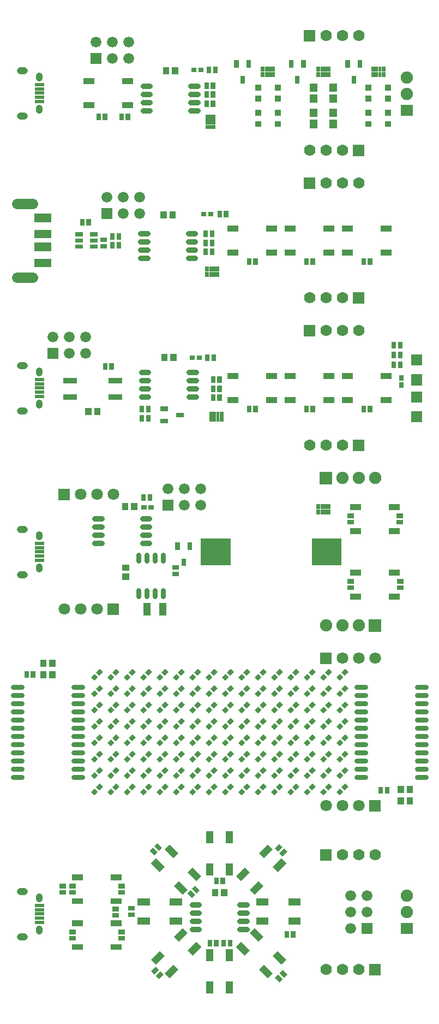
<source format=gts>
G04 Layer: TopSolderMaskLayer*
G04 EasyEDA v6.4.25, 2021-12-03T12:49:12+01:00*
G04 610ea2077d8943ff92919c83ebf6a1f2,9c416354eb984020824aaf9c885bead6,10*
G04 Gerber Generator version 0.2*
G04 Scale: 100 percent, Rotated: No, Reflected: No *
G04 Dimensions in inches *
G04 leading zeros omitted , absolute positions ,3 integer and 6 decimal *
%FSLAX36Y36*%
%MOIN*%

%ADD59C,0.0414*%
%ADD60C,0.0434*%
%ADD61C,0.0631*%
%ADD62C,0.0336*%
%ADD63C,0.0316*%
%ADD65C,0.0700*%
%ADD67C,0.0709*%
%ADD74C,0.0660*%
%ADD75R,0.0660X0.0660*%
%ADD79C,0.0749*%

%LPD*%
D59*
X198150Y-4002523D02*
G01*
X198150Y-4014335D01*
X198150Y-3805673D02*
G01*
X198150Y-3817485D01*
D60*
X102676Y-3772210D02*
G01*
X81023Y-3772210D01*
X102676Y-4047800D02*
G01*
X81023Y-4047800D01*
D59*
X198150Y-1792523D02*
G01*
X198150Y-1804335D01*
X198150Y-1595673D02*
G01*
X198150Y-1607485D01*
D60*
X102676Y-1562210D02*
G01*
X81023Y-1562210D01*
X102676Y-1837800D02*
G01*
X81023Y-1837800D01*
D59*
X198150Y-792523D02*
G01*
X198150Y-804335D01*
X198150Y-595673D02*
G01*
X198150Y-607485D01*
D60*
X102676Y-562210D02*
G01*
X81023Y-562210D01*
X102676Y-837800D02*
G01*
X81023Y-837800D01*
D59*
X198150Y1007476D02*
G01*
X198150Y995664D01*
X198150Y1204326D02*
G01*
X198150Y1192514D01*
D60*
X102676Y1237790D02*
G01*
X81023Y1237790D01*
X102676Y962199D02*
G01*
X81023Y962199D01*
D61*
X159103Y424420D02*
G01*
X60677Y424420D01*
X159103Y-24389D02*
G01*
X60677Y-24389D01*
D62*
X1125001Y990000D02*
G01*
X1166338Y990000D01*
X1125001Y1040000D02*
G01*
X1166338Y1040000D01*
X1125001Y1090000D02*
G01*
X1166338Y1090000D01*
X1125001Y1140000D02*
G01*
X1166338Y1140000D01*
X833661Y990000D02*
G01*
X874998Y990000D01*
X833661Y1040000D02*
G01*
X874998Y1040000D01*
X833661Y1090000D02*
G01*
X874998Y1090000D01*
X833661Y1140000D02*
G01*
X874998Y1140000D01*
X1110001Y90000D02*
G01*
X1151338Y90000D01*
X1110001Y140000D02*
G01*
X1151338Y140000D01*
X1110001Y190000D02*
G01*
X1151338Y190000D01*
X1110001Y240000D02*
G01*
X1151338Y240000D01*
X818661Y90000D02*
G01*
X859998Y90000D01*
X818661Y140000D02*
G01*
X859998Y140000D01*
X818661Y190000D02*
G01*
X859998Y190000D01*
X818661Y240000D02*
G01*
X859998Y240000D01*
D63*
X2137421Y-3075000D02*
G01*
X2192538Y-3075000D01*
X2137421Y-3025000D02*
G01*
X2192538Y-3025000D01*
X2137421Y-2975000D02*
G01*
X2192538Y-2975000D01*
X2137421Y-2925000D02*
G01*
X2192538Y-2925000D01*
X2137421Y-2875000D02*
G01*
X2192538Y-2875000D01*
X2137421Y-2825000D02*
G01*
X2192538Y-2825000D01*
X2137421Y-2775000D02*
G01*
X2192538Y-2775000D01*
X2137421Y-2725000D02*
G01*
X2192538Y-2725000D01*
X2137421Y-2675000D02*
G01*
X2192538Y-2675000D01*
X2137421Y-2625000D02*
G01*
X2192538Y-2625000D01*
X2137421Y-2575000D02*
G01*
X2192538Y-2575000D01*
X2137421Y-2525000D02*
G01*
X2192538Y-2525000D01*
X2507501Y-2525000D02*
G01*
X2562619Y-2525000D01*
X2507501Y-2575000D02*
G01*
X2562619Y-2575000D01*
X2507501Y-2625000D02*
G01*
X2562619Y-2625000D01*
X2507501Y-2675000D02*
G01*
X2562619Y-2675000D01*
X2507501Y-2725000D02*
G01*
X2562619Y-2725000D01*
X2507501Y-2775000D02*
G01*
X2562619Y-2775000D01*
X2507501Y-2825000D02*
G01*
X2562619Y-2825000D01*
X2507501Y-2875000D02*
G01*
X2562619Y-2875000D01*
X2507501Y-2925000D02*
G01*
X2562619Y-2925000D01*
X2507501Y-2975000D02*
G01*
X2562619Y-2975000D01*
X2507501Y-3025000D02*
G01*
X2562619Y-3025000D01*
X2507501Y-3075000D02*
G01*
X2562619Y-3075000D01*
X462618Y-2525000D02*
G01*
X407501Y-2525000D01*
X462618Y-2575000D02*
G01*
X407501Y-2575000D01*
X462618Y-2625000D02*
G01*
X407501Y-2625000D01*
X462618Y-2675000D02*
G01*
X407501Y-2675000D01*
X462618Y-2725000D02*
G01*
X407501Y-2725000D01*
X462618Y-2775000D02*
G01*
X407501Y-2775000D01*
X462618Y-2825000D02*
G01*
X407501Y-2825000D01*
X462618Y-2875000D02*
G01*
X407501Y-2875000D01*
X462618Y-2925000D02*
G01*
X407501Y-2925000D01*
X462618Y-2975000D02*
G01*
X407501Y-2975000D01*
X462618Y-3025000D02*
G01*
X407501Y-3025000D01*
X462618Y-3075000D02*
G01*
X407501Y-3075000D01*
X92539Y-3075000D02*
G01*
X37420Y-3075000D01*
X92539Y-3025000D02*
G01*
X37420Y-3025000D01*
X92539Y-2975000D02*
G01*
X37420Y-2975000D01*
X92539Y-2925000D02*
G01*
X37420Y-2925000D01*
X92539Y-2875000D02*
G01*
X37420Y-2875000D01*
X92539Y-2825000D02*
G01*
X37420Y-2825000D01*
X92539Y-2775000D02*
G01*
X37420Y-2775000D01*
X92539Y-2725000D02*
G01*
X37420Y-2725000D01*
X92539Y-2675000D02*
G01*
X37420Y-2675000D01*
X92539Y-2625000D02*
G01*
X37420Y-2625000D01*
X92539Y-2575000D02*
G01*
X37420Y-2575000D01*
X92539Y-2525000D02*
G01*
X37420Y-2525000D01*
X955000Y-1755241D02*
G01*
X955000Y-1719020D01*
X905000Y-1755241D02*
G01*
X905000Y-1719020D01*
X855000Y-1755241D02*
G01*
X855000Y-1719020D01*
X805000Y-1755241D02*
G01*
X805000Y-1719020D01*
X955000Y-1970979D02*
G01*
X955000Y-1934760D01*
X905000Y-1970979D02*
G01*
X905000Y-1934760D01*
X855000Y-1970979D02*
G01*
X855000Y-1934760D01*
X805000Y-1970979D02*
G01*
X805000Y-1934760D01*
D62*
X1115001Y-755000D02*
G01*
X1156338Y-755000D01*
X1115001Y-705000D02*
G01*
X1156338Y-705000D01*
X1115001Y-655000D02*
G01*
X1156338Y-655000D01*
X1115001Y-605000D02*
G01*
X1156338Y-605000D01*
X823661Y-755000D02*
G01*
X864998Y-755000D01*
X823661Y-705000D02*
G01*
X864998Y-705000D01*
X823661Y-655000D02*
G01*
X864998Y-655000D01*
X823661Y-605000D02*
G01*
X864998Y-605000D01*
X1425001Y-4005000D02*
G01*
X1466338Y-4005000D01*
X1425001Y-3955000D02*
G01*
X1466338Y-3955000D01*
X1425001Y-3905000D02*
G01*
X1466338Y-3905000D01*
X1425001Y-3855000D02*
G01*
X1466338Y-3855000D01*
X1133661Y-4005000D02*
G01*
X1174998Y-4005000D01*
X1133661Y-3955000D02*
G01*
X1174998Y-3955000D01*
X1133661Y-3905000D02*
G01*
X1174998Y-3905000D01*
X1133661Y-3855000D02*
G01*
X1174998Y-3855000D01*
X830001Y-1650000D02*
G01*
X871338Y-1650000D01*
X830001Y-1600000D02*
G01*
X871338Y-1600000D01*
X830001Y-1550000D02*
G01*
X871338Y-1550000D01*
X830001Y-1500000D02*
G01*
X871338Y-1500000D01*
X538661Y-1650000D02*
G01*
X579998Y-1650000D01*
X538661Y-1600000D02*
G01*
X579998Y-1600000D01*
X538661Y-1550000D02*
G01*
X579998Y-1550000D01*
X538661Y-1500000D02*
G01*
X579998Y-1500000D01*
G36*
X1915000Y-3585000D02*
G01*
X1915000Y-3515000D01*
X1985000Y-3515000D01*
X1985000Y-3585000D01*
G37*
D65*
G01*
X2050010Y-3550000D03*
G01*
X2150010Y-3550000D03*
G01*
X2250010Y-3550000D03*
G36*
X2215000Y-4285000D02*
G01*
X2215000Y-4215000D01*
X2285000Y-4215000D01*
X2285000Y-4285000D01*
G37*
G01*
X2150010Y-4250000D03*
G01*
X2050010Y-4250000D03*
G01*
X1950010Y-4250000D03*
G36*
X1815000Y515000D02*
G01*
X1815000Y585000D01*
X1885000Y585000D01*
X1885000Y515000D01*
G37*
G01*
X1950000Y550000D03*
G01*
X2050000Y550000D03*
G01*
X2150000Y550000D03*
G36*
X2115000Y-185000D02*
G01*
X2115000Y-115000D01*
X2185000Y-115000D01*
X2185000Y-185000D01*
G37*
G01*
X2050000Y-150000D03*
G01*
X1950000Y-150000D03*
G01*
X1850000Y-150000D03*
G36*
X2115000Y715000D02*
G01*
X2115000Y785000D01*
X2185000Y785000D01*
X2185000Y715000D01*
G37*
G01*
X2050000Y750000D03*
G01*
X1950000Y750000D03*
G01*
X1850000Y750000D03*
G36*
X1815000Y1415000D02*
G01*
X1815000Y1485000D01*
X1885000Y1485000D01*
X1885000Y1415000D01*
G37*
G01*
X1950000Y1450000D03*
G01*
X2050000Y1450000D03*
G01*
X2150000Y1450000D03*
G36*
X2115000Y-1085000D02*
G01*
X2115000Y-1015000D01*
X2185000Y-1015000D01*
X2185000Y-1085000D01*
G37*
G01*
X2050000Y-1050000D03*
G01*
X1950000Y-1050000D03*
G01*
X1850000Y-1050000D03*
G36*
X1815000Y-385000D02*
G01*
X1815000Y-315000D01*
X1885000Y-315000D01*
X1885000Y-385000D01*
G37*
G01*
X1950000Y-350000D03*
G01*
X2050000Y-350000D03*
G01*
X2150000Y-350000D03*
G36*
X314499Y-1385500D02*
G01*
X314499Y-1314499D01*
X385500Y-1314499D01*
X385500Y-1385500D01*
G37*
D67*
G01*
X450000Y-1350000D03*
G01*
X550000Y-1350000D03*
G01*
X650000Y-1350000D03*
G36*
X614499Y-2085500D02*
G01*
X614499Y-2014499D01*
X685500Y-2014499D01*
X685500Y-2085500D01*
G37*
G01*
X550000Y-2050000D03*
G01*
X450000Y-2050000D03*
G01*
X350000Y-2050000D03*
G36*
X2214499Y-3285500D02*
G01*
X2214499Y-3214499D01*
X2285500Y-3214499D01*
X2285500Y-3285500D01*
G37*
G01*
X2150000Y-3250000D03*
G01*
X2050000Y-3250000D03*
G01*
X1950000Y-3250000D03*
G36*
X1914499Y-2385500D02*
G01*
X1914499Y-2314499D01*
X1985500Y-2314499D01*
X1985500Y-2385500D01*
G37*
G01*
X2050000Y-2350000D03*
G01*
X2150000Y-2350000D03*
G01*
X2250000Y-2350000D03*
G36*
X169600Y-3919899D02*
G01*
X169600Y-3900100D01*
X226799Y-3900100D01*
X226799Y-3919899D01*
G37*
G36*
X169600Y-3945500D02*
G01*
X169600Y-3925700D01*
X226799Y-3925700D01*
X226799Y-3945500D01*
G37*
G36*
X169600Y-3971100D02*
G01*
X169600Y-3951300D01*
X226799Y-3951300D01*
X226799Y-3971100D01*
G37*
G36*
X169600Y-3894299D02*
G01*
X169600Y-3874499D01*
X226799Y-3874499D01*
X226799Y-3894299D01*
G37*
G36*
X169600Y-3868699D02*
G01*
X169600Y-3848899D01*
X226799Y-3848899D01*
X226799Y-3868699D01*
G37*
G36*
X169600Y-1709899D02*
G01*
X169600Y-1690100D01*
X226799Y-1690100D01*
X226799Y-1709899D01*
G37*
G36*
X169600Y-1735500D02*
G01*
X169600Y-1715700D01*
X226799Y-1715700D01*
X226799Y-1735500D01*
G37*
G36*
X169600Y-1761100D02*
G01*
X169600Y-1741300D01*
X226799Y-1741300D01*
X226799Y-1761100D01*
G37*
G36*
X169600Y-1684299D02*
G01*
X169600Y-1664499D01*
X226799Y-1664499D01*
X226799Y-1684299D01*
G37*
G36*
X169600Y-1658699D02*
G01*
X169600Y-1638899D01*
X226799Y-1638899D01*
X226799Y-1658699D01*
G37*
G36*
X169600Y-709899D02*
G01*
X169600Y-690100D01*
X226799Y-690100D01*
X226799Y-709899D01*
G37*
G36*
X169600Y-735500D02*
G01*
X169600Y-715700D01*
X226799Y-715700D01*
X226799Y-735500D01*
G37*
G36*
X169600Y-761100D02*
G01*
X169600Y-741300D01*
X226799Y-741300D01*
X226799Y-761100D01*
G37*
G36*
X169600Y-684299D02*
G01*
X169600Y-664499D01*
X226799Y-664499D01*
X226799Y-684299D01*
G37*
G36*
X169600Y-658699D02*
G01*
X169600Y-638899D01*
X226799Y-638899D01*
X226799Y-658699D01*
G37*
G36*
X169600Y1090100D02*
G01*
X169600Y1109899D01*
X226799Y1109899D01*
X226799Y1090100D01*
G37*
G36*
X169600Y1064499D02*
G01*
X169600Y1084299D01*
X226799Y1084299D01*
X226799Y1064499D01*
G37*
G36*
X169600Y1038899D02*
G01*
X169600Y1058699D01*
X226799Y1058699D01*
X226799Y1038899D01*
G37*
G36*
X169600Y1115700D02*
G01*
X169600Y1135500D01*
X226799Y1135500D01*
X226799Y1115700D01*
G37*
G36*
X169600Y1141300D02*
G01*
X169600Y1161100D01*
X226799Y1161100D01*
X226799Y1141300D01*
G37*
G36*
X1185799Y-1780700D02*
G01*
X1185799Y-1619299D01*
X1366999Y-1619299D01*
X1366999Y-1780700D01*
G37*
G36*
X1863000Y-1780700D02*
G01*
X1863000Y-1619299D01*
X2044200Y-1619299D01*
X2044200Y-1780700D01*
G37*
G36*
X1348800Y255000D02*
G01*
X1348800Y290500D01*
X1415000Y290500D01*
X1415000Y255000D01*
G37*
G36*
X1585000Y255000D02*
G01*
X1585000Y290500D01*
X1651199Y290500D01*
X1651199Y255000D01*
G37*
G36*
X1348800Y109400D02*
G01*
X1348800Y144899D01*
X1415000Y144899D01*
X1415000Y109400D01*
G37*
G36*
X1585000Y109400D02*
G01*
X1585000Y144899D01*
X1651199Y144899D01*
X1651199Y109400D01*
G37*
G36*
X1698800Y255000D02*
G01*
X1698800Y290500D01*
X1765000Y290500D01*
X1765000Y255000D01*
G37*
G36*
X1935000Y255000D02*
G01*
X1935000Y290500D01*
X2001199Y290500D01*
X2001199Y255000D01*
G37*
G36*
X1698800Y109400D02*
G01*
X1698800Y144899D01*
X1765000Y144899D01*
X1765000Y109400D01*
G37*
G36*
X1935000Y109400D02*
G01*
X1935000Y144899D01*
X2001199Y144899D01*
X2001199Y109400D01*
G37*
G36*
X2048800Y255000D02*
G01*
X2048800Y290500D01*
X2115000Y290500D01*
X2115000Y255000D01*
G37*
G36*
X2285000Y255000D02*
G01*
X2285000Y290500D01*
X2351199Y290500D01*
X2351199Y255000D01*
G37*
G36*
X2048800Y109400D02*
G01*
X2048800Y144899D01*
X2115000Y144899D01*
X2115000Y109400D01*
G37*
G36*
X2285000Y109400D02*
G01*
X2285000Y144899D01*
X2351199Y144899D01*
X2351199Y109400D01*
G37*
G36*
X705000Y1009400D02*
G01*
X705000Y1044899D01*
X771199Y1044899D01*
X771199Y1009400D01*
G37*
G36*
X468800Y1009400D02*
G01*
X468800Y1044899D01*
X535000Y1044899D01*
X535000Y1009400D01*
G37*
G36*
X705000Y1155000D02*
G01*
X705000Y1190500D01*
X771199Y1190500D01*
X771199Y1155000D01*
G37*
G36*
X468800Y1155000D02*
G01*
X468800Y1190500D01*
X535000Y1190500D01*
X535000Y1155000D01*
G37*
G36*
X1348800Y-645000D02*
G01*
X1348800Y-609499D01*
X1415000Y-609499D01*
X1415000Y-645000D01*
G37*
G36*
X1585000Y-645000D02*
G01*
X1585000Y-609499D01*
X1651199Y-609499D01*
X1651199Y-645000D01*
G37*
G36*
X1348800Y-790599D02*
G01*
X1348800Y-755100D01*
X1415000Y-755100D01*
X1415000Y-790599D01*
G37*
G36*
X1585000Y-790599D02*
G01*
X1585000Y-755100D01*
X1651199Y-755100D01*
X1651199Y-790599D01*
G37*
G36*
X1698800Y-645000D02*
G01*
X1698800Y-609499D01*
X1765000Y-609499D01*
X1765000Y-645000D01*
G37*
G36*
X1935000Y-645000D02*
G01*
X1935000Y-609499D01*
X2001199Y-609499D01*
X2001199Y-645000D01*
G37*
G36*
X1698800Y-790599D02*
G01*
X1698800Y-755100D01*
X1765000Y-755100D01*
X1765000Y-790599D01*
G37*
G36*
X1935000Y-790599D02*
G01*
X1935000Y-755100D01*
X2001199Y-755100D01*
X2001199Y-790599D01*
G37*
G36*
X2048800Y-645000D02*
G01*
X2048800Y-609499D01*
X2115000Y-609499D01*
X2115000Y-645000D01*
G37*
G36*
X2285000Y-645000D02*
G01*
X2285000Y-609499D01*
X2351199Y-609499D01*
X2351199Y-645000D01*
G37*
G36*
X2048800Y-790599D02*
G01*
X2048800Y-755100D01*
X2115000Y-755100D01*
X2115000Y-790599D01*
G37*
G36*
X2285000Y-790599D02*
G01*
X2285000Y-755100D01*
X2351199Y-755100D01*
X2351199Y-790599D01*
G37*
G36*
X398800Y-3704899D02*
G01*
X398800Y-3669400D01*
X465000Y-3669400D01*
X465000Y-3704899D01*
G37*
G36*
X635000Y-3704899D02*
G01*
X635000Y-3669400D01*
X701199Y-3669400D01*
X701199Y-3704899D01*
G37*
G36*
X398800Y-3850500D02*
G01*
X398800Y-3815000D01*
X465000Y-3815000D01*
X465000Y-3850500D01*
G37*
G36*
X635000Y-3850500D02*
G01*
X635000Y-3815000D01*
X701199Y-3815000D01*
X701199Y-3850500D01*
G37*
G36*
X398800Y-3984899D02*
G01*
X398800Y-3949400D01*
X465000Y-3949400D01*
X465000Y-3984899D01*
G37*
G36*
X635000Y-3984899D02*
G01*
X635000Y-3949400D01*
X701199Y-3949400D01*
X701199Y-3984899D01*
G37*
G36*
X398800Y-4130500D02*
G01*
X398800Y-4095000D01*
X465000Y-4095000D01*
X465000Y-4130500D01*
G37*
G36*
X635000Y-4130500D02*
G01*
X635000Y-4095000D01*
X701199Y-4095000D01*
X701199Y-4130500D01*
G37*
G36*
X2335000Y-1990599D02*
G01*
X2335000Y-1955100D01*
X2401199Y-1955100D01*
X2401199Y-1990599D01*
G37*
G36*
X2098800Y-1990599D02*
G01*
X2098800Y-1955100D01*
X2165000Y-1955100D01*
X2165000Y-1990599D01*
G37*
G36*
X2335000Y-1845000D02*
G01*
X2335000Y-1809499D01*
X2401199Y-1809499D01*
X2401199Y-1845000D01*
G37*
G36*
X2098800Y-1845000D02*
G01*
X2098800Y-1809499D01*
X2165000Y-1809499D01*
X2165000Y-1845000D01*
G37*
G36*
X2335000Y-1590599D02*
G01*
X2335000Y-1555100D01*
X2401199Y-1555100D01*
X2401199Y-1590599D01*
G37*
G36*
X2098800Y-1590599D02*
G01*
X2098800Y-1555100D01*
X2165000Y-1555100D01*
X2165000Y-1590599D01*
G37*
G36*
X2335000Y-1445000D02*
G01*
X2335000Y-1409499D01*
X2401199Y-1409499D01*
X2401199Y-1445000D01*
G37*
G36*
X2098800Y-1445000D02*
G01*
X2098800Y-1409499D01*
X2165000Y-1409499D01*
X2165000Y-1445000D01*
G37*
G36*
X938299Y-841399D02*
G01*
X938299Y-813800D01*
X984399Y-813800D01*
X984399Y-841399D01*
G37*
G36*
X938299Y-916199D02*
G01*
X938299Y-888600D01*
X984399Y-888600D01*
X984399Y-916199D01*
G37*
G36*
X1035600Y-878800D02*
G01*
X1035600Y-851199D01*
X1081700Y-851199D01*
X1081700Y-878800D01*
G37*
G36*
X1103599Y-1689400D02*
G01*
X1103599Y-1643299D01*
X1131199Y-1643299D01*
X1131199Y-1689400D01*
G37*
G36*
X1028800Y-1689400D02*
G01*
X1028800Y-1643299D01*
X1056400Y-1643299D01*
X1056400Y-1689400D01*
G37*
G36*
X1066199Y-1786700D02*
G01*
X1066199Y-1740599D01*
X1093800Y-1740599D01*
X1093800Y-1786700D01*
G37*
G36*
X1463599Y1255599D02*
G01*
X1463599Y1301700D01*
X1491199Y1301700D01*
X1491199Y1255599D01*
G37*
G36*
X1388800Y1255599D02*
G01*
X1388800Y1301700D01*
X1416400Y1301700D01*
X1416400Y1255599D01*
G37*
G36*
X1426199Y1158299D02*
G01*
X1426199Y1204400D01*
X1453800Y1204400D01*
X1453800Y1158299D01*
G37*
G36*
X1798599Y1255599D02*
G01*
X1798599Y1301700D01*
X1826199Y1301700D01*
X1826199Y1255599D01*
G37*
G36*
X1723800Y1255599D02*
G01*
X1723800Y1301700D01*
X1751400Y1301700D01*
X1751400Y1255599D01*
G37*
G36*
X1761199Y1158299D02*
G01*
X1761199Y1204400D01*
X1788800Y1204400D01*
X1788800Y1158299D01*
G37*
G36*
X2143599Y1255599D02*
G01*
X2143599Y1301700D01*
X2171199Y1301700D01*
X2171199Y1255599D01*
G37*
G36*
X2068800Y1255599D02*
G01*
X2068800Y1301700D01*
X2096400Y1301700D01*
X2096400Y1255599D01*
G37*
G36*
X2106199Y1158299D02*
G01*
X2106199Y1204400D01*
X2133800Y1204400D01*
X2133800Y1158299D01*
G37*
G36*
X416700Y224899D02*
G01*
X416700Y249899D01*
X462899Y249899D01*
X462899Y224899D01*
G37*
G36*
X416700Y187500D02*
G01*
X416700Y212500D01*
X462899Y212500D01*
X462899Y187500D01*
G37*
G36*
X416700Y150100D02*
G01*
X416700Y175100D01*
X462899Y175100D01*
X462899Y150100D01*
G37*
G36*
X507100Y150100D02*
G01*
X507100Y175100D01*
X553299Y175100D01*
X553299Y150100D01*
G37*
G36*
X507100Y187500D02*
G01*
X507100Y212500D01*
X553299Y212500D01*
X553299Y187500D01*
G37*
G36*
X507100Y224899D02*
G01*
X507100Y249899D01*
X553299Y249899D01*
X553299Y224899D01*
G37*
D74*
G01*
X1185000Y-1315000D03*
G01*
X1185000Y-1415000D03*
G01*
X1085000Y-1315000D03*
G01*
X1085000Y-1415000D03*
G01*
X985000Y-1315000D03*
G36*
X951999Y-1448000D02*
G01*
X951999Y-1381999D01*
X1018000Y-1381999D01*
X1018000Y-1448000D01*
G37*
G36*
X1010299Y-1848499D02*
G01*
X1010299Y-1820799D01*
X1049700Y-1820799D01*
X1049700Y-1848499D01*
G37*
G36*
X1010299Y-1809200D02*
G01*
X1010299Y-1781500D01*
X1049700Y-1781500D01*
X1049700Y-1809200D01*
G37*
G36*
X168899Y36599D02*
G01*
X168899Y87800D01*
X271300Y87800D01*
X271300Y36599D01*
G37*
G36*
X168899Y135000D02*
G01*
X168899Y186300D01*
X271300Y186300D01*
X271300Y135000D01*
G37*
G36*
X168899Y213800D02*
G01*
X168899Y265000D01*
X271300Y265000D01*
X271300Y213800D01*
G37*
G36*
X168899Y312199D02*
G01*
X168899Y363400D01*
X271300Y363400D01*
X271300Y312199D01*
G37*
G36*
X1130299Y-3812700D02*
G01*
X1102299Y-3784699D01*
X1121899Y-3765200D01*
X1149799Y-3793099D01*
G37*
G36*
X1158100Y-3784800D02*
G01*
X1130200Y-3756900D01*
X1149700Y-3737300D01*
X1177700Y-3765300D01*
G37*
G36*
X645300Y-3933499D02*
G01*
X645300Y-3905799D01*
X684699Y-3905799D01*
X684699Y-3933499D01*
G37*
G36*
X645300Y-3894200D02*
G01*
X645300Y-3866500D01*
X684699Y-3866500D01*
X684699Y-3894200D01*
G37*
G36*
X320300Y-3793499D02*
G01*
X320300Y-3765799D01*
X359699Y-3765799D01*
X359699Y-3793499D01*
G37*
G36*
X320300Y-3754200D02*
G01*
X320300Y-3726500D01*
X359699Y-3726500D01*
X359699Y-3754200D01*
G37*
G01*
X2100000Y-3800000D03*
G01*
X2200000Y-3800000D03*
G01*
X2100000Y-3900000D03*
G01*
X2200000Y-3900000D03*
G01*
X2100000Y-4000000D03*
D75*
G01*
X2200000Y-4000000D03*
D79*
G01*
X2445000Y-3800000D03*
G01*
X2445000Y-3900000D03*
G36*
X2407600Y-4033000D02*
G01*
X2407600Y-3966999D01*
X2482399Y-3966999D01*
X2482399Y-4033000D01*
G37*
D74*
G01*
X480000Y-390000D03*
G01*
X480000Y-490000D03*
G01*
X380000Y-390000D03*
G01*
X380000Y-490000D03*
G01*
X280000Y-390000D03*
G36*
X246999Y-523000D02*
G01*
X246999Y-456999D01*
X313000Y-456999D01*
X313000Y-523000D01*
G37*
G36*
X2471499Y-789400D02*
G01*
X2471499Y-721100D01*
X2538500Y-721100D01*
X2538500Y-789400D01*
G37*
G36*
X2471499Y-908899D02*
G01*
X2471499Y-840599D01*
X2538500Y-840599D01*
X2538500Y-908899D01*
G37*
G36*
X2470799Y-563800D02*
G01*
X2470799Y-496799D01*
X2539200Y-496799D01*
X2539200Y-563800D01*
G37*
G36*
X2471499Y-683899D02*
G01*
X2471499Y-615599D01*
X2538500Y-615599D01*
X2538500Y-683899D01*
G37*
G01*
X810000Y465000D03*
G01*
X810000Y365000D03*
G01*
X710000Y465000D03*
G01*
X710000Y365000D03*
G01*
X610000Y465000D03*
G36*
X576999Y331999D02*
G01*
X576999Y398000D01*
X643000Y398000D01*
X643000Y331999D01*
G37*
G01*
X745000Y1410000D03*
G01*
X745000Y1310000D03*
G01*
X645000Y1410000D03*
G01*
X645000Y1310000D03*
G01*
X545000Y1410000D03*
G36*
X511999Y1276999D02*
G01*
X511999Y1343000D01*
X578000Y1343000D01*
X578000Y1276999D01*
G37*
D79*
G01*
X2445000Y1195000D03*
G01*
X2445000Y1095000D03*
G36*
X2407600Y961999D02*
G01*
X2407600Y1028000D01*
X2482399Y1028000D01*
X2482399Y961999D01*
G37*
G36*
X1337399Y-4199000D02*
G01*
X1337399Y-4124200D01*
X1380699Y-4124200D01*
X1380699Y-4199000D01*
G37*
G36*
X1219300Y-4199000D02*
G01*
X1219300Y-4124200D01*
X1262600Y-4124200D01*
X1262600Y-4199000D01*
G37*
G36*
X1219300Y-4395900D02*
G01*
X1219300Y-4320999D01*
X1262600Y-4320999D01*
X1262600Y-4395900D01*
G37*
G36*
X1337399Y-4395900D02*
G01*
X1337399Y-4320999D01*
X1380699Y-4320999D01*
X1380699Y-4395900D01*
G37*
G36*
X1538299Y-4080500D02*
G01*
X1485299Y-4027500D01*
X1516000Y-3996900D01*
X1568900Y-4049800D01*
G37*
G36*
X1454799Y-4164000D02*
G01*
X1401800Y-4110999D01*
X1432500Y-4080399D01*
X1485399Y-4133299D01*
G37*
G36*
X1593999Y-4303200D02*
G01*
X1541000Y-4250200D01*
X1571700Y-4219600D01*
X1624600Y-4272500D01*
G37*
G36*
X1677500Y-4219699D02*
G01*
X1624499Y-4166700D01*
X1655200Y-4135999D01*
X1708100Y-4189000D01*
G37*
G36*
X1524099Y-3857600D02*
G01*
X1524099Y-3814299D01*
X1598999Y-3814299D01*
X1598999Y-3857600D01*
G37*
G36*
X1524099Y-3975700D02*
G01*
X1524099Y-3932399D01*
X1598999Y-3932399D01*
X1598999Y-3975700D01*
G37*
G36*
X1721000Y-3975700D02*
G01*
X1721000Y-3932399D01*
X1795799Y-3932399D01*
X1795799Y-3975700D01*
G37*
G36*
X1721000Y-3857600D02*
G01*
X1721000Y-3814299D01*
X1795799Y-3814299D01*
X1795799Y-3857600D01*
G37*
G36*
X1432500Y-3709699D02*
G01*
X1401800Y-3679000D01*
X1454799Y-3625999D01*
X1485399Y-3656700D01*
G37*
G36*
X1516000Y-3793200D02*
G01*
X1485299Y-3762500D01*
X1538299Y-3709600D01*
X1568900Y-3740200D01*
G37*
G36*
X1655200Y-3654000D02*
G01*
X1624499Y-3623299D01*
X1677500Y-3570399D01*
X1708100Y-3600999D01*
G37*
G36*
X1571700Y-3570500D02*
G01*
X1541000Y-3539800D01*
X1593999Y-3486900D01*
X1624600Y-3517500D01*
G37*
G36*
X1219300Y-3675900D02*
G01*
X1219300Y-3600999D01*
X1262600Y-3600999D01*
X1262600Y-3675900D01*
G37*
G36*
X1337399Y-3675900D02*
G01*
X1337399Y-3600999D01*
X1380699Y-3600999D01*
X1380699Y-3675900D01*
G37*
G36*
X1337399Y-3479000D02*
G01*
X1337399Y-3404200D01*
X1380699Y-3404200D01*
X1380699Y-3479000D01*
G37*
G36*
X1219300Y-3479000D02*
G01*
X1219300Y-3404200D01*
X1262600Y-3404200D01*
X1262600Y-3479000D01*
G37*
G36*
X1073999Y-3793200D02*
G01*
X1021000Y-3740200D01*
X1051700Y-3709600D01*
X1104600Y-3762500D01*
G37*
G36*
X1157500Y-3709699D02*
G01*
X1104499Y-3656700D01*
X1135200Y-3625999D01*
X1188100Y-3679000D01*
G37*
G36*
X1018299Y-3570500D02*
G01*
X965299Y-3517500D01*
X996000Y-3486900D01*
X1048900Y-3539800D01*
G37*
G36*
X934799Y-3654000D02*
G01*
X881800Y-3600999D01*
X912500Y-3570399D01*
X965399Y-3623299D01*
G37*
G36*
X996000Y-3975700D02*
G01*
X996000Y-3932399D01*
X1070799Y-3932399D01*
X1070799Y-3975700D01*
G37*
G36*
X996000Y-3857600D02*
G01*
X996000Y-3814299D01*
X1070799Y-3814299D01*
X1070799Y-3857600D01*
G37*
G36*
X799099Y-3857600D02*
G01*
X799099Y-3814299D01*
X873999Y-3814299D01*
X873999Y-3857600D01*
G37*
G36*
X799099Y-3975700D02*
G01*
X799099Y-3932399D01*
X873999Y-3932399D01*
X873999Y-3975700D01*
G37*
G36*
X1135200Y-4164000D02*
G01*
X1104499Y-4133299D01*
X1157500Y-4080399D01*
X1188100Y-4110999D01*
G37*
G36*
X1051700Y-4080500D02*
G01*
X1021000Y-4049800D01*
X1073999Y-3996900D01*
X1104600Y-4027500D01*
G37*
G36*
X912500Y-4219699D02*
G01*
X881800Y-4189000D01*
X934799Y-4135999D01*
X965399Y-4166700D01*
G37*
G36*
X996000Y-4303200D02*
G01*
X965299Y-4272500D01*
X1018299Y-4219600D01*
X1048900Y-4250200D01*
G37*
G36*
X2212600Y-2187399D02*
G01*
X2212600Y-2112600D01*
X2287399Y-2112600D01*
X2287399Y-2187399D01*
G37*
G01*
X2150000Y-2150000D03*
G01*
X2050000Y-2150000D03*
G01*
X1950000Y-2150000D03*
G36*
X1912600Y-1287399D02*
G01*
X1912600Y-1212600D01*
X1987399Y-1212600D01*
X1987399Y-1287399D01*
G37*
G01*
X2050000Y-1250000D03*
G01*
X2150000Y-1250000D03*
G01*
X2250000Y-1250000D03*
G36*
X345799Y-672699D02*
G01*
X345799Y-637300D01*
X428600Y-637300D01*
X428600Y-672699D01*
G37*
G36*
X345799Y-772699D02*
G01*
X345799Y-737300D01*
X428600Y-737300D01*
X428600Y-772699D01*
G37*
G36*
X621399Y-772699D02*
G01*
X621399Y-737300D01*
X704200Y-737300D01*
X704200Y-772699D01*
G37*
G36*
X621399Y-672699D02*
G01*
X621399Y-637300D01*
X704200Y-637300D01*
X704200Y-672699D01*
G37*
G36*
X2351499Y-459699D02*
G01*
X2351499Y-420300D01*
X2379200Y-420300D01*
X2379200Y-459699D01*
G37*
G36*
X2390799Y-459699D02*
G01*
X2390799Y-420300D01*
X2418500Y-420300D01*
X2418500Y-459699D01*
G37*
G36*
X932500Y-2087399D02*
G01*
X932500Y-2012600D01*
X975900Y-2012600D01*
X975900Y-2087399D01*
G37*
G36*
X834099Y-2087399D02*
G01*
X834099Y-2012600D01*
X877500Y-2012600D01*
X877500Y-2087399D01*
G37*
G36*
X1637299Y1115799D02*
G01*
X1637299Y1151199D01*
X1672700Y1151199D01*
X1672700Y1115799D01*
G37*
G36*
X1637299Y1048800D02*
G01*
X1637299Y1084200D01*
X1672700Y1084200D01*
X1672700Y1048800D01*
G37*
G36*
X1637299Y893800D02*
G01*
X1637299Y929200D01*
X1672700Y929200D01*
X1672700Y893800D01*
G37*
G36*
X1637299Y960799D02*
G01*
X1637299Y996199D01*
X1672700Y996199D01*
X1672700Y960799D01*
G37*
G36*
X1517299Y893800D02*
G01*
X1517299Y929200D01*
X1552700Y929200D01*
X1552700Y893800D01*
G37*
G36*
X1517299Y960799D02*
G01*
X1517299Y996199D01*
X1552700Y996199D01*
X1552700Y960799D01*
G37*
G36*
X1517299Y1115799D02*
G01*
X1517299Y1151199D01*
X1552700Y1151199D01*
X1552700Y1115799D01*
G37*
G36*
X1517299Y1048800D02*
G01*
X1517299Y1084200D01*
X1552700Y1084200D01*
X1552700Y1048800D01*
G37*
G36*
X2312299Y1115799D02*
G01*
X2312299Y1151199D01*
X2347700Y1151199D01*
X2347700Y1115799D01*
G37*
G36*
X2312299Y1048800D02*
G01*
X2312299Y1084200D01*
X2347700Y1084200D01*
X2347700Y1048800D01*
G37*
G36*
X2312299Y893800D02*
G01*
X2312299Y929200D01*
X2347700Y929200D01*
X2347700Y893800D01*
G37*
G36*
X2312299Y960799D02*
G01*
X2312299Y996199D01*
X2347700Y996199D01*
X2347700Y960799D01*
G37*
G36*
X2192299Y893800D02*
G01*
X2192299Y929200D01*
X2227700Y929200D01*
X2227700Y893800D01*
G37*
G36*
X2192299Y960799D02*
G01*
X2192299Y996199D01*
X2227700Y996199D01*
X2227700Y960799D01*
G37*
G36*
X2192299Y1115799D02*
G01*
X2192299Y1151199D01*
X2227700Y1151199D01*
X2227700Y1115799D01*
G37*
G36*
X2192299Y1048800D02*
G01*
X2192299Y1084200D01*
X2227700Y1084200D01*
X2227700Y1048800D01*
G37*
G36*
X670799Y205300D02*
G01*
X670799Y244699D01*
X698499Y244699D01*
X698499Y205300D01*
G37*
G36*
X631500Y205300D02*
G01*
X631500Y244699D01*
X659200Y244699D01*
X659200Y205300D01*
G37*
G36*
X670799Y150300D02*
G01*
X670799Y189699D01*
X698499Y189699D01*
X698499Y150300D01*
G37*
G36*
X631500Y150300D02*
G01*
X631500Y189699D01*
X659200Y189699D01*
X659200Y150300D01*
G37*
G36*
X1240799Y220300D02*
G01*
X1240799Y259699D01*
X1268500Y259699D01*
X1268500Y220300D01*
G37*
G36*
X1201499Y220300D02*
G01*
X1201499Y259699D01*
X1229200Y259699D01*
X1229200Y220300D01*
G37*
G36*
X1240900Y165199D02*
G01*
X1240900Y204699D01*
X1268599Y204699D01*
X1268599Y165199D01*
G37*
G36*
X1201499Y165199D02*
G01*
X1201499Y204699D01*
X1229200Y204699D01*
X1229200Y165199D01*
G37*
G36*
X1240799Y110300D02*
G01*
X1240799Y149699D01*
X1268500Y149699D01*
X1268500Y110300D01*
G37*
G36*
X1201499Y110300D02*
G01*
X1201499Y149699D01*
X1229200Y149699D01*
X1229200Y110300D01*
G37*
G36*
X1245799Y1125300D02*
G01*
X1245799Y1164699D01*
X1273500Y1164699D01*
X1273500Y1125300D01*
G37*
G36*
X1206499Y1125300D02*
G01*
X1206499Y1164699D01*
X1234200Y1164699D01*
X1234200Y1125300D01*
G37*
G36*
X1245900Y1070199D02*
G01*
X1245900Y1109699D01*
X1273599Y1109699D01*
X1273599Y1070199D01*
G37*
G36*
X1206499Y1070199D02*
G01*
X1206499Y1109699D01*
X1234200Y1109699D01*
X1234200Y1070199D01*
G37*
G36*
X1245799Y1015300D02*
G01*
X1245799Y1054699D01*
X1273500Y1054699D01*
X1273500Y1015300D01*
G37*
G36*
X1206499Y1015300D02*
G01*
X1206499Y1054699D01*
X1234200Y1054699D01*
X1234200Y1015300D01*
G37*
G36*
X725799Y935300D02*
G01*
X725799Y974699D01*
X753499Y974699D01*
X753499Y935300D01*
G37*
G36*
X686500Y935300D02*
G01*
X686500Y974699D01*
X714200Y974699D01*
X714200Y935300D01*
G37*
G36*
X811499Y-904699D02*
G01*
X811499Y-865300D01*
X839200Y-865300D01*
X839200Y-904699D01*
G37*
G36*
X850799Y-904699D02*
G01*
X850799Y-865300D01*
X878500Y-865300D01*
X878500Y-904699D01*
G37*
G36*
X2351499Y-519699D02*
G01*
X2351499Y-480300D01*
X2379200Y-480300D01*
X2379200Y-519699D01*
G37*
G36*
X2390799Y-519699D02*
G01*
X2390799Y-480300D01*
X2418500Y-480300D01*
X2418500Y-519699D01*
G37*
G36*
X586500Y-589800D02*
G01*
X586500Y-550300D01*
X614200Y-550300D01*
X614200Y-589800D01*
G37*
G36*
X625900Y-589800D02*
G01*
X625900Y-550300D01*
X653600Y-550300D01*
X653600Y-589800D01*
G37*
G36*
X1285799Y-669699D02*
G01*
X1285799Y-630300D01*
X1313500Y-630300D01*
X1313500Y-669699D01*
G37*
G36*
X1246499Y-669699D02*
G01*
X1246499Y-630300D01*
X1274200Y-630300D01*
X1274200Y-669699D01*
G37*
G36*
X1285799Y-724699D02*
G01*
X1285799Y-685300D01*
X1313500Y-685300D01*
X1313500Y-724699D01*
G37*
G36*
X1246499Y-724699D02*
G01*
X1246499Y-685300D01*
X1274200Y-685300D01*
X1274200Y-724699D01*
G37*
G36*
X1285799Y-779699D02*
G01*
X1285799Y-740300D01*
X1313500Y-740300D01*
X1313500Y-779699D01*
G37*
G36*
X1246499Y-779699D02*
G01*
X1246499Y-740300D01*
X1274200Y-740300D01*
X1274200Y-779699D01*
G37*
G36*
X811499Y-849699D02*
G01*
X811499Y-810300D01*
X839200Y-810300D01*
X839200Y-849699D01*
G37*
G36*
X850799Y-849699D02*
G01*
X850799Y-810300D01*
X878500Y-810300D01*
X878500Y-849699D01*
G37*
G36*
X680300Y-3793400D02*
G01*
X680300Y-3765700D01*
X719699Y-3765700D01*
X719699Y-3793400D01*
G37*
G36*
X680300Y-3754000D02*
G01*
X680300Y-3726399D01*
X719699Y-3726399D01*
X719699Y-3754000D01*
G37*
G36*
X680300Y-4073400D02*
G01*
X680300Y-4045700D01*
X719699Y-4045700D01*
X719699Y-4073400D01*
G37*
G36*
X680300Y-4034000D02*
G01*
X680300Y-4006399D01*
X719699Y-4006399D01*
X719699Y-4034000D01*
G37*
G36*
X2080299Y-1894200D02*
G01*
X2080299Y-1866500D01*
X2119799Y-1866500D01*
X2119799Y-1894200D01*
G37*
G36*
X2080299Y-1933499D02*
G01*
X2080299Y-1905799D01*
X2119799Y-1905799D01*
X2119799Y-1933499D01*
G37*
G36*
X2080299Y-1494200D02*
G01*
X2080299Y-1466500D01*
X2119799Y-1466500D01*
X2119799Y-1494200D01*
G37*
G36*
X2080299Y-1533499D02*
G01*
X2080299Y-1505799D01*
X2119799Y-1505799D01*
X2119799Y-1533499D01*
G37*
G36*
X145900Y-2469699D02*
G01*
X145900Y-2430300D01*
X173499Y-2430300D01*
X173499Y-2469699D01*
G37*
G36*
X106500Y-2469699D02*
G01*
X106500Y-2430300D01*
X134200Y-2430300D01*
X134200Y-2469699D01*
G37*
G36*
X2310900Y-3174699D02*
G01*
X2310900Y-3135300D01*
X2338500Y-3135300D01*
X2338500Y-3174699D01*
G37*
G36*
X2271499Y-3174699D02*
G01*
X2271499Y-3135300D01*
X2299200Y-3135300D01*
X2299200Y-3174699D01*
G37*
G36*
X1286499Y340300D02*
G01*
X1286499Y379699D01*
X1314200Y379699D01*
X1314200Y340300D01*
G37*
G36*
X1325799Y340300D02*
G01*
X1325799Y379699D01*
X1353500Y379699D01*
X1353500Y340300D01*
G37*
G36*
X1221499Y1220300D02*
G01*
X1221499Y1259699D01*
X1249200Y1259699D01*
X1249200Y1220300D01*
G37*
G36*
X1260799Y1220300D02*
G01*
X1260799Y1259699D01*
X1288500Y1259699D01*
X1288500Y1220300D01*
G37*
G36*
X1211400Y-534800D02*
G01*
X1211400Y-495300D01*
X1239099Y-495300D01*
X1239099Y-534800D01*
G37*
G36*
X1250799Y-534800D02*
G01*
X1250799Y-495300D01*
X1278500Y-495300D01*
X1278500Y-534800D01*
G37*
G36*
X860799Y-1389699D02*
G01*
X860799Y-1350300D01*
X888500Y-1350300D01*
X888500Y-1389699D01*
G37*
G36*
X821499Y-1389699D02*
G01*
X821499Y-1350300D01*
X849200Y-1350300D01*
X849200Y-1389699D01*
G37*
G36*
X2226599Y1199400D02*
G01*
X2226599Y1229099D01*
X2250399Y1229099D01*
X2250399Y1199400D01*
G37*
G36*
X2289600Y1230900D02*
G01*
X2289600Y1260599D01*
X2313400Y1260599D01*
X2313400Y1230900D01*
G37*
G36*
X2289600Y1199400D02*
G01*
X2289600Y1229099D01*
X2313400Y1229099D01*
X2313400Y1199400D01*
G37*
G36*
X2251199Y1230900D02*
G01*
X2251199Y1260599D01*
X2269099Y1260599D01*
X2269099Y1230900D01*
G37*
G36*
X2251199Y1199400D02*
G01*
X2251199Y1229099D01*
X2269099Y1229099D01*
X2269099Y1199400D01*
G37*
G36*
X2270900Y1230900D02*
G01*
X2270900Y1260599D01*
X2288800Y1260599D01*
X2288800Y1230900D01*
G37*
G36*
X2270900Y1199400D02*
G01*
X2270900Y1229099D01*
X2288800Y1229099D01*
X2288800Y1199400D01*
G37*
G36*
X2226599Y1230900D02*
G01*
X2226599Y1260599D01*
X2250399Y1260599D01*
X2250399Y1230900D01*
G37*
G36*
X1971499Y1108000D02*
G01*
X1971499Y1159000D01*
X2018500Y1159000D01*
X2018500Y1108000D01*
G37*
G36*
X1971499Y1040999D02*
G01*
X1971499Y1091999D01*
X2018500Y1091999D01*
X2018500Y1040999D01*
G37*
G36*
X1971499Y885999D02*
G01*
X1971499Y936999D01*
X2018500Y936999D01*
X2018500Y885999D01*
G37*
G36*
X1971499Y953000D02*
G01*
X1971499Y1004000D01*
X2018500Y1004000D01*
X2018500Y953000D01*
G37*
G36*
X1851499Y885999D02*
G01*
X1851499Y936999D01*
X1898500Y936999D01*
X1898500Y885999D01*
G37*
G36*
X1851499Y953000D02*
G01*
X1851499Y1004000D01*
X1898500Y1004000D01*
X1898500Y953000D01*
G37*
G36*
X1851499Y1108000D02*
G01*
X1851499Y1159000D01*
X1898500Y1159000D01*
X1898500Y1108000D01*
G37*
G36*
X1851499Y1040999D02*
G01*
X1851499Y1091999D01*
X1898500Y1091999D01*
X1898500Y1040999D01*
G37*
G36*
X1187500Y346199D02*
G01*
X1187500Y373800D01*
X1219200Y373800D01*
X1219200Y346199D01*
G37*
G36*
X1230799Y346199D02*
G01*
X1230799Y373800D01*
X1262500Y373800D01*
X1262500Y346199D01*
G37*
G36*
X1211599Y-20599D02*
G01*
X1211599Y9099D01*
X1235399Y9099D01*
X1235399Y-20599D01*
G37*
G36*
X1274600Y10900D02*
G01*
X1274600Y40599D01*
X1298400Y40599D01*
X1298400Y10900D01*
G37*
G36*
X1274600Y-20599D02*
G01*
X1274600Y9099D01*
X1298400Y9099D01*
X1298400Y-20599D01*
G37*
G36*
X1236199Y10900D02*
G01*
X1236199Y40599D01*
X1254099Y40599D01*
X1254099Y10900D01*
G37*
G36*
X1236199Y-20599D02*
G01*
X1236199Y9099D01*
X1254099Y9099D01*
X1254099Y-20599D01*
G37*
G36*
X1255900Y10900D02*
G01*
X1255900Y40599D01*
X1273800Y40599D01*
X1273800Y10900D01*
G37*
G36*
X1255900Y-20599D02*
G01*
X1255900Y9099D01*
X1273800Y9099D01*
X1273800Y-20599D01*
G37*
G36*
X1211599Y10900D02*
G01*
X1211599Y40599D01*
X1235399Y40599D01*
X1235399Y10900D01*
G37*
G36*
X1127500Y1226199D02*
G01*
X1127500Y1253800D01*
X1159200Y1253800D01*
X1159200Y1226199D01*
G37*
G36*
X1170799Y1226199D02*
G01*
X1170799Y1253800D01*
X1202500Y1253800D01*
X1202500Y1226199D01*
G37*
G36*
X1963900Y-3155700D02*
G01*
X1944399Y-3136100D01*
X1966700Y-3113699D01*
X1986300Y-3133299D01*
G37*
G36*
X1933299Y-3186300D02*
G01*
X1913699Y-3166700D01*
X1936099Y-3144299D01*
X1955699Y-3163899D01*
G37*
G36*
X1245900Y881599D02*
G01*
X1245900Y905399D01*
X1275600Y905399D01*
X1275600Y881599D01*
G37*
G36*
X1214399Y944600D02*
G01*
X1214399Y968400D01*
X1244099Y968400D01*
X1244099Y944600D01*
G37*
G36*
X1245900Y944600D02*
G01*
X1245900Y968400D01*
X1275600Y968400D01*
X1275600Y944600D01*
G37*
G36*
X1214399Y906199D02*
G01*
X1214399Y924099D01*
X1244099Y924099D01*
X1244099Y906199D01*
G37*
G36*
X1245900Y906199D02*
G01*
X1245900Y924099D01*
X1275600Y924099D01*
X1275600Y906199D01*
G37*
G36*
X1214399Y925900D02*
G01*
X1214399Y943800D01*
X1244099Y943800D01*
X1244099Y925900D01*
G37*
G36*
X1245900Y925900D02*
G01*
X1245900Y943800D01*
X1275600Y943800D01*
X1275600Y925900D01*
G37*
G36*
X1214399Y881599D02*
G01*
X1214399Y905399D01*
X1244099Y905399D01*
X1244099Y881599D01*
G37*
G36*
X1236599Y-905599D02*
G01*
X1236599Y-875900D01*
X1260399Y-875900D01*
X1260399Y-905599D01*
G37*
G36*
X1299600Y-874099D02*
G01*
X1299600Y-844400D01*
X1323400Y-844400D01*
X1323400Y-874099D01*
G37*
G36*
X1299600Y-905599D02*
G01*
X1299600Y-875900D01*
X1323400Y-875900D01*
X1323400Y-905599D01*
G37*
G36*
X1261199Y-874099D02*
G01*
X1261199Y-844400D01*
X1279099Y-844400D01*
X1279099Y-874099D01*
G37*
G36*
X1261199Y-905599D02*
G01*
X1261199Y-875900D01*
X1279099Y-875900D01*
X1279099Y-905599D01*
G37*
G36*
X1280900Y-874099D02*
G01*
X1280900Y-844400D01*
X1298800Y-844400D01*
X1298800Y-874099D01*
G37*
G36*
X1280900Y-905599D02*
G01*
X1280900Y-875900D01*
X1298800Y-875900D01*
X1298800Y-905599D01*
G37*
G36*
X1236599Y-874099D02*
G01*
X1236599Y-844400D01*
X1260399Y-844400D01*
X1260399Y-874099D01*
G37*
G36*
X1891599Y-1470599D02*
G01*
X1891599Y-1440900D01*
X1915399Y-1440900D01*
X1915399Y-1470599D01*
G37*
G36*
X1954600Y-1439099D02*
G01*
X1954600Y-1409400D01*
X1978400Y-1409400D01*
X1978400Y-1439099D01*
G37*
G36*
X1954600Y-1470599D02*
G01*
X1954600Y-1440900D01*
X1978400Y-1440900D01*
X1978400Y-1470599D01*
G37*
G36*
X1916300Y-1439099D02*
G01*
X1916300Y-1409400D01*
X1934099Y-1409400D01*
X1934099Y-1439099D01*
G37*
G36*
X1916300Y-1470599D02*
G01*
X1916300Y-1440900D01*
X1934099Y-1440900D01*
X1934099Y-1470599D01*
G37*
G36*
X1935900Y-1439099D02*
G01*
X1935900Y-1409400D01*
X1953800Y-1409400D01*
X1953800Y-1439099D01*
G37*
G36*
X1935900Y-1470599D02*
G01*
X1935900Y-1440900D01*
X1953800Y-1440900D01*
X1953800Y-1470599D01*
G37*
G36*
X1891599Y-1439099D02*
G01*
X1891599Y-1409400D01*
X1915399Y-1409400D01*
X1915399Y-1439099D01*
G37*
G36*
X1551599Y1199400D02*
G01*
X1551599Y1229099D01*
X1575399Y1229099D01*
X1575399Y1199400D01*
G37*
G36*
X1614600Y1230900D02*
G01*
X1614600Y1260599D01*
X1638400Y1260599D01*
X1638400Y1230900D01*
G37*
G36*
X1614600Y1199400D02*
G01*
X1614600Y1229099D01*
X1638400Y1229099D01*
X1638400Y1199400D01*
G37*
G36*
X1576199Y1230900D02*
G01*
X1576199Y1260599D01*
X1594099Y1260599D01*
X1594099Y1230900D01*
G37*
G36*
X1576199Y1199400D02*
G01*
X1576199Y1229099D01*
X1594099Y1229099D01*
X1594099Y1199400D01*
G37*
G36*
X1595900Y1230900D02*
G01*
X1595900Y1260599D01*
X1613800Y1260599D01*
X1613800Y1230900D01*
G37*
G36*
X1595900Y1199400D02*
G01*
X1595900Y1229099D01*
X1613800Y1229099D01*
X1613800Y1199400D01*
G37*
G36*
X1551599Y1230900D02*
G01*
X1551599Y1260599D01*
X1575399Y1260599D01*
X1575399Y1230900D01*
G37*
G36*
X1891599Y1199400D02*
G01*
X1891599Y1229099D01*
X1915399Y1229099D01*
X1915399Y1199400D01*
G37*
G36*
X1954600Y1230900D02*
G01*
X1954600Y1260599D01*
X1978400Y1260599D01*
X1978400Y1230900D01*
G37*
G36*
X1954600Y1199400D02*
G01*
X1954600Y1229099D01*
X1978400Y1229099D01*
X1978400Y1199400D01*
G37*
G36*
X1916199Y1230900D02*
G01*
X1916199Y1260599D01*
X1934099Y1260599D01*
X1934099Y1230900D01*
G37*
G36*
X1916199Y1199400D02*
G01*
X1916199Y1229099D01*
X1934099Y1229099D01*
X1934099Y1199400D01*
G37*
G36*
X1935900Y1230900D02*
G01*
X1935900Y1260599D01*
X1953800Y1260599D01*
X1953800Y1230900D01*
G37*
G36*
X1935900Y1199400D02*
G01*
X1935900Y1229099D01*
X1953800Y1229099D01*
X1953800Y1199400D01*
G37*
G36*
X1891599Y1230900D02*
G01*
X1891599Y1260599D01*
X1915399Y1260599D01*
X1915399Y1230900D01*
G37*
G36*
X2063900Y-3155700D02*
G01*
X2044399Y-3136100D01*
X2066700Y-3113699D01*
X2086300Y-3133299D01*
G37*
G36*
X2033299Y-3186300D02*
G01*
X2013699Y-3166700D01*
X2036099Y-3144299D01*
X2055699Y-3163899D01*
G37*
G36*
X1863900Y-3155700D02*
G01*
X1844399Y-3136100D01*
X1866700Y-3113699D01*
X1886300Y-3133299D01*
G37*
G36*
X1833299Y-3186300D02*
G01*
X1813699Y-3166700D01*
X1836099Y-3144299D01*
X1855699Y-3163899D01*
G37*
G36*
X1763900Y-3155700D02*
G01*
X1744399Y-3136100D01*
X1766700Y-3113699D01*
X1786300Y-3133299D01*
G37*
G36*
X1733299Y-3186300D02*
G01*
X1713699Y-3166700D01*
X1736099Y-3144299D01*
X1755699Y-3163899D01*
G37*
G36*
X1363900Y-3155700D02*
G01*
X1344399Y-3136100D01*
X1366700Y-3113699D01*
X1386300Y-3133299D01*
G37*
G36*
X1333299Y-3186300D02*
G01*
X1313699Y-3166700D01*
X1336099Y-3144299D01*
X1355699Y-3163899D01*
G37*
G36*
X1463900Y-3155700D02*
G01*
X1444399Y-3136100D01*
X1466700Y-3113699D01*
X1486300Y-3133299D01*
G37*
G36*
X1433299Y-3186300D02*
G01*
X1413699Y-3166700D01*
X1436099Y-3144299D01*
X1455699Y-3163899D01*
G37*
G36*
X1563900Y-3155700D02*
G01*
X1544399Y-3136100D01*
X1566700Y-3113699D01*
X1586300Y-3133299D01*
G37*
G36*
X1533299Y-3186300D02*
G01*
X1513699Y-3166700D01*
X1536099Y-3144299D01*
X1555699Y-3163899D01*
G37*
G36*
X1663900Y-3155700D02*
G01*
X1644399Y-3136100D01*
X1666700Y-3113699D01*
X1686300Y-3133299D01*
G37*
G36*
X1633299Y-3186300D02*
G01*
X1613699Y-3166700D01*
X1636099Y-3144299D01*
X1655699Y-3163899D01*
G37*
G36*
X1663900Y-3055700D02*
G01*
X1644399Y-3036100D01*
X1666700Y-3013699D01*
X1686300Y-3033299D01*
G37*
G36*
X1633299Y-3086300D02*
G01*
X1613699Y-3066700D01*
X1636099Y-3044299D01*
X1655699Y-3063899D01*
G37*
G36*
X1563900Y-3055700D02*
G01*
X1544399Y-3036100D01*
X1566700Y-3013699D01*
X1586300Y-3033299D01*
G37*
G36*
X1533299Y-3086300D02*
G01*
X1513699Y-3066700D01*
X1536099Y-3044299D01*
X1555699Y-3063899D01*
G37*
G36*
X1463900Y-3055700D02*
G01*
X1444399Y-3036100D01*
X1466700Y-3013699D01*
X1486300Y-3033299D01*
G37*
G36*
X1433299Y-3086300D02*
G01*
X1413699Y-3066700D01*
X1436099Y-3044299D01*
X1455699Y-3063899D01*
G37*
G36*
X1363900Y-3055700D02*
G01*
X1344399Y-3036100D01*
X1366700Y-3013699D01*
X1386300Y-3033299D01*
G37*
G36*
X1333299Y-3086300D02*
G01*
X1313699Y-3066700D01*
X1336099Y-3044299D01*
X1355699Y-3063899D01*
G37*
G36*
X1763900Y-3055700D02*
G01*
X1744399Y-3036100D01*
X1766700Y-3013699D01*
X1786300Y-3033299D01*
G37*
G36*
X1733299Y-3086300D02*
G01*
X1713699Y-3066700D01*
X1736099Y-3044299D01*
X1755699Y-3063899D01*
G37*
G36*
X1863900Y-3055700D02*
G01*
X1844399Y-3036100D01*
X1866700Y-3013699D01*
X1886300Y-3033299D01*
G37*
G36*
X1833299Y-3086300D02*
G01*
X1813699Y-3066700D01*
X1836099Y-3044299D01*
X1855699Y-3063899D01*
G37*
G36*
X1963900Y-3055700D02*
G01*
X1944399Y-3036100D01*
X1966700Y-3013699D01*
X1986300Y-3033299D01*
G37*
G36*
X1933299Y-3086300D02*
G01*
X1913699Y-3066700D01*
X1936099Y-3044299D01*
X1955699Y-3063899D01*
G37*
G36*
X2063900Y-3055700D02*
G01*
X2044399Y-3036100D01*
X2066700Y-3013699D01*
X2086300Y-3033299D01*
G37*
G36*
X2033299Y-3086300D02*
G01*
X2013699Y-3066700D01*
X2036099Y-3044299D01*
X2055699Y-3063899D01*
G37*
G36*
X1663900Y-2955700D02*
G01*
X1644399Y-2936100D01*
X1666700Y-2913699D01*
X1686300Y-2933299D01*
G37*
G36*
X1633299Y-2986300D02*
G01*
X1613699Y-2966700D01*
X1636099Y-2944299D01*
X1655699Y-2963899D01*
G37*
G36*
X1563900Y-2955700D02*
G01*
X1544399Y-2936100D01*
X1566700Y-2913699D01*
X1586300Y-2933299D01*
G37*
G36*
X1533299Y-2986300D02*
G01*
X1513699Y-2966700D01*
X1536099Y-2944299D01*
X1555699Y-2963899D01*
G37*
G36*
X1463900Y-2955700D02*
G01*
X1444399Y-2936100D01*
X1466700Y-2913699D01*
X1486300Y-2933299D01*
G37*
G36*
X1433299Y-2986300D02*
G01*
X1413699Y-2966700D01*
X1436099Y-2944299D01*
X1455699Y-2963899D01*
G37*
G36*
X1363900Y-2955700D02*
G01*
X1344399Y-2936100D01*
X1366700Y-2913699D01*
X1386300Y-2933299D01*
G37*
G36*
X1333299Y-2986300D02*
G01*
X1313699Y-2966700D01*
X1336099Y-2944299D01*
X1355699Y-2963899D01*
G37*
G36*
X1763900Y-2955700D02*
G01*
X1744399Y-2936100D01*
X1766700Y-2913699D01*
X1786300Y-2933299D01*
G37*
G36*
X1733299Y-2986300D02*
G01*
X1713699Y-2966700D01*
X1736099Y-2944299D01*
X1755699Y-2963899D01*
G37*
G36*
X1863900Y-2955700D02*
G01*
X1844399Y-2936100D01*
X1866700Y-2913699D01*
X1886300Y-2933299D01*
G37*
G36*
X1833299Y-2986300D02*
G01*
X1813699Y-2966700D01*
X1836099Y-2944299D01*
X1855699Y-2963899D01*
G37*
G36*
X1963900Y-2955700D02*
G01*
X1944399Y-2936100D01*
X1966700Y-2913699D01*
X1986300Y-2933299D01*
G37*
G36*
X1933299Y-2986300D02*
G01*
X1913699Y-2966700D01*
X1936099Y-2944299D01*
X1955699Y-2963899D01*
G37*
G36*
X2063900Y-2955700D02*
G01*
X2044399Y-2936100D01*
X2066700Y-2913699D01*
X2086300Y-2933299D01*
G37*
G36*
X2033299Y-2986300D02*
G01*
X2013699Y-2966700D01*
X2036099Y-2944299D01*
X2055699Y-2963899D01*
G37*
G36*
X1663900Y-2855700D02*
G01*
X1644399Y-2836100D01*
X1666700Y-2813699D01*
X1686300Y-2833299D01*
G37*
G36*
X1633299Y-2886300D02*
G01*
X1613699Y-2866700D01*
X1636099Y-2844299D01*
X1655699Y-2863899D01*
G37*
G36*
X1563900Y-2855700D02*
G01*
X1544399Y-2836100D01*
X1566700Y-2813699D01*
X1586300Y-2833299D01*
G37*
G36*
X1533299Y-2886300D02*
G01*
X1513699Y-2866700D01*
X1536099Y-2844299D01*
X1555699Y-2863899D01*
G37*
G36*
X1463900Y-2855700D02*
G01*
X1444399Y-2836100D01*
X1466700Y-2813699D01*
X1486300Y-2833299D01*
G37*
G36*
X1433299Y-2886300D02*
G01*
X1413699Y-2866700D01*
X1436099Y-2844299D01*
X1455699Y-2863899D01*
G37*
G36*
X1363900Y-2855700D02*
G01*
X1344399Y-2836100D01*
X1366700Y-2813699D01*
X1386300Y-2833299D01*
G37*
G36*
X1333299Y-2886300D02*
G01*
X1313699Y-2866700D01*
X1336099Y-2844299D01*
X1355699Y-2863899D01*
G37*
G36*
X1763900Y-2855700D02*
G01*
X1744399Y-2836100D01*
X1766700Y-2813699D01*
X1786300Y-2833299D01*
G37*
G36*
X1733299Y-2886300D02*
G01*
X1713699Y-2866700D01*
X1736099Y-2844299D01*
X1755699Y-2863899D01*
G37*
G36*
X1863900Y-2855700D02*
G01*
X1844399Y-2836100D01*
X1866700Y-2813699D01*
X1886300Y-2833299D01*
G37*
G36*
X1833299Y-2886300D02*
G01*
X1813699Y-2866700D01*
X1836099Y-2844299D01*
X1855699Y-2863899D01*
G37*
G36*
X1963900Y-2855700D02*
G01*
X1944399Y-2836100D01*
X1966700Y-2813699D01*
X1986300Y-2833299D01*
G37*
G36*
X1933299Y-2886300D02*
G01*
X1913699Y-2866700D01*
X1936099Y-2844299D01*
X1955699Y-2863899D01*
G37*
G36*
X2063900Y-2855700D02*
G01*
X2044399Y-2836100D01*
X2066700Y-2813699D01*
X2086300Y-2833299D01*
G37*
G36*
X2033299Y-2886300D02*
G01*
X2013699Y-2866700D01*
X2036099Y-2844299D01*
X2055699Y-2863899D01*
G37*
G36*
X2063900Y-2455700D02*
G01*
X2044399Y-2436100D01*
X2066700Y-2413699D01*
X2086300Y-2433299D01*
G37*
G36*
X2033299Y-2486300D02*
G01*
X2013699Y-2466700D01*
X2036099Y-2444299D01*
X2055699Y-2463899D01*
G37*
G36*
X1963900Y-2455700D02*
G01*
X1944399Y-2436100D01*
X1966700Y-2413699D01*
X1986300Y-2433299D01*
G37*
G36*
X1933299Y-2486300D02*
G01*
X1913699Y-2466700D01*
X1936099Y-2444299D01*
X1955699Y-2463899D01*
G37*
G36*
X1863900Y-2455700D02*
G01*
X1844399Y-2436100D01*
X1866700Y-2413699D01*
X1886300Y-2433299D01*
G37*
G36*
X1833299Y-2486300D02*
G01*
X1813699Y-2466700D01*
X1836099Y-2444299D01*
X1855699Y-2463899D01*
G37*
G36*
X1763900Y-2455700D02*
G01*
X1744399Y-2436100D01*
X1766700Y-2413699D01*
X1786300Y-2433299D01*
G37*
G36*
X1733299Y-2486300D02*
G01*
X1713699Y-2466700D01*
X1736099Y-2444299D01*
X1755699Y-2463899D01*
G37*
G36*
X1363900Y-2455700D02*
G01*
X1344399Y-2436100D01*
X1366700Y-2413699D01*
X1386300Y-2433299D01*
G37*
G36*
X1333299Y-2486300D02*
G01*
X1313699Y-2466700D01*
X1336099Y-2444299D01*
X1355699Y-2463899D01*
G37*
G36*
X1463900Y-2455700D02*
G01*
X1444399Y-2436100D01*
X1466700Y-2413699D01*
X1486300Y-2433299D01*
G37*
G36*
X1433299Y-2486300D02*
G01*
X1413699Y-2466700D01*
X1436099Y-2444299D01*
X1455699Y-2463899D01*
G37*
G36*
X1563900Y-2455700D02*
G01*
X1544399Y-2436100D01*
X1566700Y-2413699D01*
X1586300Y-2433299D01*
G37*
G36*
X1533299Y-2486300D02*
G01*
X1513699Y-2466700D01*
X1536099Y-2444299D01*
X1555699Y-2463899D01*
G37*
G36*
X1663900Y-2455700D02*
G01*
X1644399Y-2436100D01*
X1666700Y-2413699D01*
X1686300Y-2433299D01*
G37*
G36*
X1633299Y-2486300D02*
G01*
X1613699Y-2466700D01*
X1636099Y-2444299D01*
X1655699Y-2463899D01*
G37*
G36*
X2063900Y-2555700D02*
G01*
X2044399Y-2536100D01*
X2066700Y-2513699D01*
X2086300Y-2533299D01*
G37*
G36*
X2033299Y-2586300D02*
G01*
X2013699Y-2566700D01*
X2036099Y-2544299D01*
X2055699Y-2563899D01*
G37*
G36*
X1963900Y-2555700D02*
G01*
X1944399Y-2536100D01*
X1966700Y-2513699D01*
X1986300Y-2533299D01*
G37*
G36*
X1933299Y-2586300D02*
G01*
X1913699Y-2566700D01*
X1936099Y-2544299D01*
X1955699Y-2563899D01*
G37*
G36*
X1863900Y-2555700D02*
G01*
X1844399Y-2536100D01*
X1866700Y-2513699D01*
X1886300Y-2533299D01*
G37*
G36*
X1833299Y-2586300D02*
G01*
X1813699Y-2566700D01*
X1836099Y-2544299D01*
X1855699Y-2563899D01*
G37*
G36*
X1763900Y-2555700D02*
G01*
X1744399Y-2536100D01*
X1766700Y-2513699D01*
X1786300Y-2533299D01*
G37*
G36*
X1733299Y-2586300D02*
G01*
X1713699Y-2566700D01*
X1736099Y-2544299D01*
X1755699Y-2563899D01*
G37*
G36*
X1363900Y-2555700D02*
G01*
X1344399Y-2536100D01*
X1366700Y-2513699D01*
X1386300Y-2533299D01*
G37*
G36*
X1333299Y-2586300D02*
G01*
X1313699Y-2566700D01*
X1336099Y-2544299D01*
X1355699Y-2563899D01*
G37*
G36*
X1463900Y-2555700D02*
G01*
X1444399Y-2536100D01*
X1466700Y-2513699D01*
X1486300Y-2533299D01*
G37*
G36*
X1433299Y-2586300D02*
G01*
X1413699Y-2566700D01*
X1436099Y-2544299D01*
X1455699Y-2563899D01*
G37*
G36*
X1563900Y-2555700D02*
G01*
X1544399Y-2536100D01*
X1566700Y-2513699D01*
X1586300Y-2533299D01*
G37*
G36*
X1533299Y-2586300D02*
G01*
X1513699Y-2566700D01*
X1536099Y-2544299D01*
X1555699Y-2563899D01*
G37*
G36*
X1663900Y-2555700D02*
G01*
X1644399Y-2536100D01*
X1666700Y-2513699D01*
X1686300Y-2533299D01*
G37*
G36*
X1633299Y-2586300D02*
G01*
X1613699Y-2566700D01*
X1636099Y-2544299D01*
X1655699Y-2563899D01*
G37*
G36*
X2063900Y-2655700D02*
G01*
X2044399Y-2636100D01*
X2066700Y-2613699D01*
X2086300Y-2633299D01*
G37*
G36*
X2033299Y-2686300D02*
G01*
X2013699Y-2666700D01*
X2036099Y-2644299D01*
X2055699Y-2663899D01*
G37*
G36*
X1963900Y-2655700D02*
G01*
X1944399Y-2636100D01*
X1966700Y-2613699D01*
X1986300Y-2633299D01*
G37*
G36*
X1933299Y-2686300D02*
G01*
X1913699Y-2666700D01*
X1936099Y-2644299D01*
X1955699Y-2663899D01*
G37*
G36*
X1863900Y-2655700D02*
G01*
X1844399Y-2636100D01*
X1866700Y-2613699D01*
X1886300Y-2633299D01*
G37*
G36*
X1833299Y-2686300D02*
G01*
X1813699Y-2666700D01*
X1836099Y-2644299D01*
X1855699Y-2663899D01*
G37*
G36*
X1763900Y-2655700D02*
G01*
X1744399Y-2636100D01*
X1766700Y-2613699D01*
X1786300Y-2633299D01*
G37*
G36*
X1733299Y-2686300D02*
G01*
X1713699Y-2666700D01*
X1736099Y-2644299D01*
X1755699Y-2663899D01*
G37*
G36*
X1363900Y-2655700D02*
G01*
X1344399Y-2636100D01*
X1366700Y-2613699D01*
X1386300Y-2633299D01*
G37*
G36*
X1333299Y-2686300D02*
G01*
X1313699Y-2666700D01*
X1336099Y-2644299D01*
X1355699Y-2663899D01*
G37*
G36*
X1463900Y-2655700D02*
G01*
X1444399Y-2636100D01*
X1466700Y-2613699D01*
X1486300Y-2633299D01*
G37*
G36*
X1433299Y-2686300D02*
G01*
X1413699Y-2666700D01*
X1436099Y-2644299D01*
X1455699Y-2663899D01*
G37*
G36*
X1563900Y-2655700D02*
G01*
X1544399Y-2636100D01*
X1566700Y-2613699D01*
X1586300Y-2633299D01*
G37*
G36*
X1533299Y-2686300D02*
G01*
X1513699Y-2666700D01*
X1536099Y-2644299D01*
X1555699Y-2663899D01*
G37*
G36*
X1663900Y-2655700D02*
G01*
X1644399Y-2636100D01*
X1666700Y-2613699D01*
X1686300Y-2633299D01*
G37*
G36*
X1633299Y-2686300D02*
G01*
X1613699Y-2666700D01*
X1636099Y-2644299D01*
X1655699Y-2663899D01*
G37*
G36*
X1663900Y-2755700D02*
G01*
X1644399Y-2736100D01*
X1666700Y-2713699D01*
X1686300Y-2733299D01*
G37*
G36*
X1633299Y-2786300D02*
G01*
X1613699Y-2766700D01*
X1636099Y-2744299D01*
X1655699Y-2763899D01*
G37*
G36*
X1563900Y-2755700D02*
G01*
X1544399Y-2736100D01*
X1566700Y-2713699D01*
X1586300Y-2733299D01*
G37*
G36*
X1533299Y-2786300D02*
G01*
X1513699Y-2766700D01*
X1536099Y-2744299D01*
X1555699Y-2763899D01*
G37*
G36*
X1463900Y-2755700D02*
G01*
X1444399Y-2736100D01*
X1466700Y-2713699D01*
X1486300Y-2733299D01*
G37*
G36*
X1433299Y-2786300D02*
G01*
X1413699Y-2766700D01*
X1436099Y-2744299D01*
X1455699Y-2763899D01*
G37*
G36*
X1363900Y-2755700D02*
G01*
X1344399Y-2736100D01*
X1366700Y-2713699D01*
X1386300Y-2733299D01*
G37*
G36*
X1333299Y-2786300D02*
G01*
X1313699Y-2766700D01*
X1336099Y-2744299D01*
X1355699Y-2763899D01*
G37*
G36*
X1763900Y-2755700D02*
G01*
X1744399Y-2736100D01*
X1766700Y-2713699D01*
X1786300Y-2733299D01*
G37*
G36*
X1733299Y-2786300D02*
G01*
X1713699Y-2766700D01*
X1736099Y-2744299D01*
X1755699Y-2763899D01*
G37*
G36*
X1863900Y-2755700D02*
G01*
X1844399Y-2736100D01*
X1866700Y-2713699D01*
X1886300Y-2733299D01*
G37*
G36*
X1833299Y-2786300D02*
G01*
X1813699Y-2766700D01*
X1836099Y-2744299D01*
X1855699Y-2763899D01*
G37*
G36*
X1963900Y-2755700D02*
G01*
X1944399Y-2736100D01*
X1966700Y-2713699D01*
X1986300Y-2733299D01*
G37*
G36*
X1933299Y-2786300D02*
G01*
X1913699Y-2766700D01*
X1936099Y-2744299D01*
X1955699Y-2763899D01*
G37*
G36*
X2063900Y-2755700D02*
G01*
X2044399Y-2736100D01*
X2066700Y-2713699D01*
X2086300Y-2733299D01*
G37*
G36*
X2033299Y-2786300D02*
G01*
X2013699Y-2766700D01*
X2036099Y-2744299D01*
X2055699Y-2763899D01*
G37*
G36*
X1263900Y-2755700D02*
G01*
X1244399Y-2736100D01*
X1266700Y-2713699D01*
X1286300Y-2733299D01*
G37*
G36*
X1233299Y-2786300D02*
G01*
X1213699Y-2766700D01*
X1236099Y-2744299D01*
X1255699Y-2763899D01*
G37*
G36*
X1163900Y-2755700D02*
G01*
X1144399Y-2736100D01*
X1166700Y-2713699D01*
X1186300Y-2733299D01*
G37*
G36*
X1133299Y-2786300D02*
G01*
X1113699Y-2766700D01*
X1136099Y-2744299D01*
X1155699Y-2763899D01*
G37*
G36*
X1063900Y-2755700D02*
G01*
X1044399Y-2736100D01*
X1066700Y-2713699D01*
X1086300Y-2733299D01*
G37*
G36*
X1033299Y-2786300D02*
G01*
X1013699Y-2766700D01*
X1036099Y-2744299D01*
X1055699Y-2763899D01*
G37*
G36*
X963900Y-2755700D02*
G01*
X944399Y-2736100D01*
X966700Y-2713699D01*
X986300Y-2733299D01*
G37*
G36*
X933299Y-2786300D02*
G01*
X913699Y-2766700D01*
X936099Y-2744299D01*
X955699Y-2763899D01*
G37*
G36*
X563899Y-2755700D02*
G01*
X544400Y-2736100D01*
X566700Y-2713699D01*
X586300Y-2733299D01*
G37*
G36*
X533299Y-2786300D02*
G01*
X513699Y-2766700D01*
X536100Y-2744299D01*
X555700Y-2763899D01*
G37*
G36*
X663899Y-2755700D02*
G01*
X644400Y-2736100D01*
X666700Y-2713699D01*
X686300Y-2733299D01*
G37*
G36*
X633299Y-2786300D02*
G01*
X613699Y-2766700D01*
X636100Y-2744299D01*
X655700Y-2763899D01*
G37*
G36*
X763900Y-2755700D02*
G01*
X744400Y-2736100D01*
X766700Y-2713699D01*
X786300Y-2733299D01*
G37*
G36*
X733299Y-2786300D02*
G01*
X713699Y-2766700D01*
X736100Y-2744299D01*
X755700Y-2763899D01*
G37*
G36*
X863900Y-2755700D02*
G01*
X844399Y-2736100D01*
X866700Y-2713699D01*
X886300Y-2733299D01*
G37*
G36*
X833299Y-2786300D02*
G01*
X813699Y-2766700D01*
X836099Y-2744299D01*
X855699Y-2763899D01*
G37*
G36*
X863900Y-2655700D02*
G01*
X844399Y-2636100D01*
X866700Y-2613699D01*
X886300Y-2633299D01*
G37*
G36*
X833299Y-2686300D02*
G01*
X813699Y-2666700D01*
X836099Y-2644299D01*
X855699Y-2663899D01*
G37*
G36*
X763900Y-2655700D02*
G01*
X744400Y-2636100D01*
X766700Y-2613699D01*
X786300Y-2633299D01*
G37*
G36*
X733299Y-2686300D02*
G01*
X713699Y-2666700D01*
X736100Y-2644299D01*
X755700Y-2663899D01*
G37*
G36*
X663899Y-2655700D02*
G01*
X644400Y-2636100D01*
X666700Y-2613699D01*
X686300Y-2633299D01*
G37*
G36*
X633299Y-2686300D02*
G01*
X613699Y-2666700D01*
X636100Y-2644299D01*
X655700Y-2663899D01*
G37*
G36*
X563899Y-2655700D02*
G01*
X544400Y-2636100D01*
X566700Y-2613699D01*
X586300Y-2633299D01*
G37*
G36*
X533299Y-2686300D02*
G01*
X513699Y-2666700D01*
X536100Y-2644299D01*
X555700Y-2663899D01*
G37*
G36*
X963900Y-2655700D02*
G01*
X944399Y-2636100D01*
X966700Y-2613699D01*
X986300Y-2633299D01*
G37*
G36*
X933299Y-2686300D02*
G01*
X913699Y-2666700D01*
X936099Y-2644299D01*
X955699Y-2663899D01*
G37*
G36*
X1063900Y-2655700D02*
G01*
X1044399Y-2636100D01*
X1066700Y-2613699D01*
X1086300Y-2633299D01*
G37*
G36*
X1033299Y-2686300D02*
G01*
X1013699Y-2666700D01*
X1036099Y-2644299D01*
X1055699Y-2663899D01*
G37*
G36*
X1163900Y-2655700D02*
G01*
X1144399Y-2636100D01*
X1166700Y-2613699D01*
X1186300Y-2633299D01*
G37*
G36*
X1133299Y-2686300D02*
G01*
X1113699Y-2666700D01*
X1136099Y-2644299D01*
X1155699Y-2663899D01*
G37*
G36*
X1263900Y-2655700D02*
G01*
X1244399Y-2636100D01*
X1266700Y-2613699D01*
X1286300Y-2633299D01*
G37*
G36*
X1233299Y-2686300D02*
G01*
X1213699Y-2666700D01*
X1236099Y-2644299D01*
X1255699Y-2663899D01*
G37*
G36*
X863900Y-2555700D02*
G01*
X844399Y-2536100D01*
X866700Y-2513699D01*
X886300Y-2533299D01*
G37*
G36*
X833299Y-2586300D02*
G01*
X813699Y-2566700D01*
X836099Y-2544299D01*
X855699Y-2563899D01*
G37*
G36*
X763900Y-2555700D02*
G01*
X744400Y-2536100D01*
X766700Y-2513699D01*
X786300Y-2533299D01*
G37*
G36*
X733299Y-2586300D02*
G01*
X713699Y-2566700D01*
X736100Y-2544299D01*
X755700Y-2563899D01*
G37*
G36*
X663899Y-2555700D02*
G01*
X644400Y-2536100D01*
X666700Y-2513699D01*
X686300Y-2533299D01*
G37*
G36*
X633299Y-2586300D02*
G01*
X613699Y-2566700D01*
X636100Y-2544299D01*
X655700Y-2563899D01*
G37*
G36*
X563899Y-2555700D02*
G01*
X544400Y-2536100D01*
X566700Y-2513699D01*
X586300Y-2533299D01*
G37*
G36*
X533299Y-2586300D02*
G01*
X513699Y-2566700D01*
X536100Y-2544299D01*
X555700Y-2563899D01*
G37*
G36*
X963900Y-2555700D02*
G01*
X944399Y-2536100D01*
X966700Y-2513699D01*
X986300Y-2533299D01*
G37*
G36*
X933299Y-2586300D02*
G01*
X913699Y-2566700D01*
X936099Y-2544299D01*
X955699Y-2563899D01*
G37*
G36*
X1063900Y-2555700D02*
G01*
X1044399Y-2536100D01*
X1066700Y-2513699D01*
X1086300Y-2533299D01*
G37*
G36*
X1033299Y-2586300D02*
G01*
X1013699Y-2566700D01*
X1036099Y-2544299D01*
X1055699Y-2563899D01*
G37*
G36*
X1163900Y-2555700D02*
G01*
X1144399Y-2536100D01*
X1166700Y-2513699D01*
X1186300Y-2533299D01*
G37*
G36*
X1133299Y-2586300D02*
G01*
X1113699Y-2566700D01*
X1136099Y-2544299D01*
X1155699Y-2563899D01*
G37*
G36*
X1263900Y-2555700D02*
G01*
X1244399Y-2536100D01*
X1266700Y-2513699D01*
X1286300Y-2533299D01*
G37*
G36*
X1233299Y-2586300D02*
G01*
X1213699Y-2566700D01*
X1236099Y-2544299D01*
X1255699Y-2563899D01*
G37*
G36*
X863900Y-2455700D02*
G01*
X844399Y-2436100D01*
X866700Y-2413699D01*
X886300Y-2433299D01*
G37*
G36*
X833299Y-2486300D02*
G01*
X813699Y-2466700D01*
X836099Y-2444299D01*
X855699Y-2463899D01*
G37*
G36*
X763900Y-2455700D02*
G01*
X744400Y-2436100D01*
X766700Y-2413699D01*
X786300Y-2433299D01*
G37*
G36*
X733299Y-2486300D02*
G01*
X713699Y-2466700D01*
X736100Y-2444299D01*
X755700Y-2463899D01*
G37*
G36*
X663899Y-2455700D02*
G01*
X644400Y-2436100D01*
X666700Y-2413699D01*
X686300Y-2433299D01*
G37*
G36*
X633299Y-2486300D02*
G01*
X613699Y-2466700D01*
X636100Y-2444299D01*
X655700Y-2463899D01*
G37*
G36*
X563899Y-2455700D02*
G01*
X544400Y-2436100D01*
X566700Y-2413699D01*
X586300Y-2433299D01*
G37*
G36*
X533299Y-2486300D02*
G01*
X513699Y-2466700D01*
X536100Y-2444299D01*
X555700Y-2463899D01*
G37*
G36*
X963900Y-2455700D02*
G01*
X944399Y-2436100D01*
X966700Y-2413699D01*
X986300Y-2433299D01*
G37*
G36*
X933299Y-2486300D02*
G01*
X913699Y-2466700D01*
X936099Y-2444299D01*
X955699Y-2463899D01*
G37*
G36*
X1063900Y-2455700D02*
G01*
X1044399Y-2436100D01*
X1066700Y-2413699D01*
X1086300Y-2433299D01*
G37*
G36*
X1033299Y-2486300D02*
G01*
X1013699Y-2466700D01*
X1036099Y-2444299D01*
X1055699Y-2463899D01*
G37*
G36*
X1163900Y-2455700D02*
G01*
X1144399Y-2436100D01*
X1166700Y-2413699D01*
X1186300Y-2433299D01*
G37*
G36*
X1133299Y-2486300D02*
G01*
X1113699Y-2466700D01*
X1136099Y-2444299D01*
X1155699Y-2463899D01*
G37*
G36*
X1263900Y-2455700D02*
G01*
X1244399Y-2436100D01*
X1266700Y-2413699D01*
X1286300Y-2433299D01*
G37*
G36*
X1233299Y-2486300D02*
G01*
X1213699Y-2466700D01*
X1236099Y-2444299D01*
X1255699Y-2463899D01*
G37*
G36*
X1263900Y-2855700D02*
G01*
X1244399Y-2836100D01*
X1266700Y-2813699D01*
X1286300Y-2833299D01*
G37*
G36*
X1233299Y-2886300D02*
G01*
X1213699Y-2866700D01*
X1236099Y-2844299D01*
X1255699Y-2863899D01*
G37*
G36*
X1163900Y-2855700D02*
G01*
X1144399Y-2836100D01*
X1166700Y-2813699D01*
X1186300Y-2833299D01*
G37*
G36*
X1133299Y-2886300D02*
G01*
X1113699Y-2866700D01*
X1136099Y-2844299D01*
X1155699Y-2863899D01*
G37*
G36*
X1063900Y-2855700D02*
G01*
X1044399Y-2836100D01*
X1066700Y-2813699D01*
X1086300Y-2833299D01*
G37*
G36*
X1033299Y-2886300D02*
G01*
X1013699Y-2866700D01*
X1036099Y-2844299D01*
X1055699Y-2863899D01*
G37*
G36*
X963900Y-2855700D02*
G01*
X944399Y-2836100D01*
X966700Y-2813699D01*
X986300Y-2833299D01*
G37*
G36*
X933299Y-2886300D02*
G01*
X913699Y-2866700D01*
X936099Y-2844299D01*
X955699Y-2863899D01*
G37*
G36*
X563899Y-2855700D02*
G01*
X544400Y-2836100D01*
X566700Y-2813699D01*
X586300Y-2833299D01*
G37*
G36*
X533299Y-2886300D02*
G01*
X513699Y-2866700D01*
X536100Y-2844299D01*
X555700Y-2863899D01*
G37*
G36*
X663899Y-2855700D02*
G01*
X644400Y-2836100D01*
X666700Y-2813699D01*
X686300Y-2833299D01*
G37*
G36*
X633299Y-2886300D02*
G01*
X613699Y-2866700D01*
X636100Y-2844299D01*
X655700Y-2863899D01*
G37*
G36*
X763900Y-2855700D02*
G01*
X744400Y-2836100D01*
X766700Y-2813699D01*
X786300Y-2833299D01*
G37*
G36*
X733299Y-2886300D02*
G01*
X713699Y-2866700D01*
X736100Y-2844299D01*
X755700Y-2863899D01*
G37*
G36*
X863900Y-2855700D02*
G01*
X844399Y-2836100D01*
X866700Y-2813699D01*
X886300Y-2833299D01*
G37*
G36*
X833299Y-2886300D02*
G01*
X813699Y-2866700D01*
X836099Y-2844299D01*
X855699Y-2863899D01*
G37*
G36*
X1263900Y-2955700D02*
G01*
X1244399Y-2936100D01*
X1266700Y-2913699D01*
X1286300Y-2933299D01*
G37*
G36*
X1233299Y-2986300D02*
G01*
X1213699Y-2966700D01*
X1236099Y-2944299D01*
X1255699Y-2963899D01*
G37*
G36*
X1163900Y-2955700D02*
G01*
X1144399Y-2936100D01*
X1166700Y-2913699D01*
X1186300Y-2933299D01*
G37*
G36*
X1133299Y-2986300D02*
G01*
X1113699Y-2966700D01*
X1136099Y-2944299D01*
X1155699Y-2963899D01*
G37*
G36*
X1063900Y-2955700D02*
G01*
X1044399Y-2936100D01*
X1066700Y-2913699D01*
X1086300Y-2933299D01*
G37*
G36*
X1033299Y-2986300D02*
G01*
X1013699Y-2966700D01*
X1036099Y-2944299D01*
X1055699Y-2963899D01*
G37*
G36*
X963900Y-2955700D02*
G01*
X944399Y-2936100D01*
X966700Y-2913699D01*
X986300Y-2933299D01*
G37*
G36*
X933299Y-2986300D02*
G01*
X913699Y-2966700D01*
X936099Y-2944299D01*
X955699Y-2963899D01*
G37*
G36*
X563899Y-2955700D02*
G01*
X544400Y-2936100D01*
X566700Y-2913699D01*
X586300Y-2933299D01*
G37*
G36*
X533299Y-2986300D02*
G01*
X513699Y-2966700D01*
X536100Y-2944299D01*
X555700Y-2963899D01*
G37*
G36*
X663899Y-2955700D02*
G01*
X644400Y-2936100D01*
X666700Y-2913699D01*
X686300Y-2933299D01*
G37*
G36*
X633299Y-2986300D02*
G01*
X613699Y-2966700D01*
X636100Y-2944299D01*
X655700Y-2963899D01*
G37*
G36*
X763900Y-2955700D02*
G01*
X744400Y-2936100D01*
X766700Y-2913699D01*
X786300Y-2933299D01*
G37*
G36*
X733299Y-2986300D02*
G01*
X713699Y-2966700D01*
X736100Y-2944299D01*
X755700Y-2963899D01*
G37*
G36*
X863900Y-2955700D02*
G01*
X844399Y-2936100D01*
X866700Y-2913699D01*
X886300Y-2933299D01*
G37*
G36*
X833299Y-2986300D02*
G01*
X813699Y-2966700D01*
X836099Y-2944299D01*
X855699Y-2963899D01*
G37*
G36*
X1263900Y-3055700D02*
G01*
X1244399Y-3036100D01*
X1266700Y-3013699D01*
X1286300Y-3033299D01*
G37*
G36*
X1233299Y-3086300D02*
G01*
X1213699Y-3066700D01*
X1236099Y-3044299D01*
X1255699Y-3063899D01*
G37*
G36*
X1163900Y-3055700D02*
G01*
X1144399Y-3036100D01*
X1166700Y-3013699D01*
X1186300Y-3033299D01*
G37*
G36*
X1133299Y-3086300D02*
G01*
X1113699Y-3066700D01*
X1136099Y-3044299D01*
X1155699Y-3063899D01*
G37*
G36*
X1063900Y-3055700D02*
G01*
X1044399Y-3036100D01*
X1066700Y-3013699D01*
X1086300Y-3033299D01*
G37*
G36*
X1033299Y-3086300D02*
G01*
X1013699Y-3066700D01*
X1036099Y-3044299D01*
X1055699Y-3063899D01*
G37*
G36*
X963900Y-3055700D02*
G01*
X944399Y-3036100D01*
X966700Y-3013699D01*
X986300Y-3033299D01*
G37*
G36*
X933299Y-3086300D02*
G01*
X913699Y-3066700D01*
X936099Y-3044299D01*
X955699Y-3063899D01*
G37*
G36*
X563899Y-3055700D02*
G01*
X544400Y-3036100D01*
X566700Y-3013699D01*
X586300Y-3033299D01*
G37*
G36*
X533299Y-3086300D02*
G01*
X513699Y-3066700D01*
X536100Y-3044299D01*
X555700Y-3063899D01*
G37*
G36*
X663899Y-3055700D02*
G01*
X644400Y-3036100D01*
X666700Y-3013699D01*
X686300Y-3033299D01*
G37*
G36*
X633299Y-3086300D02*
G01*
X613699Y-3066700D01*
X636100Y-3044299D01*
X655700Y-3063899D01*
G37*
G36*
X763900Y-3055700D02*
G01*
X744400Y-3036100D01*
X766700Y-3013699D01*
X786300Y-3033299D01*
G37*
G36*
X733299Y-3086300D02*
G01*
X713699Y-3066700D01*
X736100Y-3044299D01*
X755700Y-3063899D01*
G37*
G36*
X863900Y-3055700D02*
G01*
X844399Y-3036100D01*
X866700Y-3013699D01*
X886300Y-3033299D01*
G37*
G36*
X833299Y-3086300D02*
G01*
X813699Y-3066700D01*
X836099Y-3044299D01*
X855699Y-3063899D01*
G37*
G36*
X863900Y-3155700D02*
G01*
X844399Y-3136100D01*
X866700Y-3113699D01*
X886300Y-3133299D01*
G37*
G36*
X833299Y-3186300D02*
G01*
X813699Y-3166700D01*
X836099Y-3144299D01*
X855699Y-3163899D01*
G37*
G36*
X763900Y-3155700D02*
G01*
X744400Y-3136100D01*
X766700Y-3113699D01*
X786300Y-3133299D01*
G37*
G36*
X733299Y-3186300D02*
G01*
X713699Y-3166700D01*
X736100Y-3144299D01*
X755700Y-3163899D01*
G37*
G36*
X663899Y-3155700D02*
G01*
X644400Y-3136100D01*
X666700Y-3113699D01*
X686300Y-3133299D01*
G37*
G36*
X633299Y-3186300D02*
G01*
X613699Y-3166700D01*
X636100Y-3144299D01*
X655700Y-3163899D01*
G37*
G36*
X563899Y-3155700D02*
G01*
X544400Y-3136100D01*
X566700Y-3113699D01*
X586300Y-3133299D01*
G37*
G36*
X533299Y-3186300D02*
G01*
X513699Y-3166700D01*
X536100Y-3144299D01*
X555700Y-3163899D01*
G37*
G36*
X963900Y-3155700D02*
G01*
X944399Y-3136100D01*
X966700Y-3113699D01*
X986300Y-3133299D01*
G37*
G36*
X933299Y-3186300D02*
G01*
X913699Y-3166700D01*
X936099Y-3144299D01*
X955699Y-3163899D01*
G37*
G36*
X1063900Y-3155700D02*
G01*
X1044399Y-3136100D01*
X1066700Y-3113699D01*
X1086300Y-3133299D01*
G37*
G36*
X1033299Y-3186300D02*
G01*
X1013699Y-3166700D01*
X1036099Y-3144299D01*
X1055699Y-3163899D01*
G37*
G36*
X1163900Y-3155700D02*
G01*
X1144399Y-3136100D01*
X1166700Y-3113699D01*
X1186300Y-3133299D01*
G37*
G36*
X1133299Y-3186300D02*
G01*
X1113699Y-3166700D01*
X1136099Y-3144299D01*
X1155699Y-3163899D01*
G37*
G36*
X1263900Y-3155700D02*
G01*
X1244399Y-3136100D01*
X1266700Y-3113699D01*
X1286300Y-3133299D01*
G37*
G36*
X1233299Y-3186300D02*
G01*
X1213699Y-3166700D01*
X1236099Y-3144299D01*
X1255699Y-3163899D01*
G37*
G36*
X1117500Y-528800D02*
G01*
X1117500Y-501199D01*
X1149200Y-501199D01*
X1149200Y-528800D01*
G37*
G36*
X1160799Y-528800D02*
G01*
X1160799Y-501199D01*
X1192500Y-501199D01*
X1192500Y-528800D01*
G37*
G36*
X822500Y-1443800D02*
G01*
X822500Y-1416199D01*
X854200Y-1416199D01*
X854200Y-1443800D01*
G37*
G36*
X865799Y-1443800D02*
G01*
X865799Y-1416199D01*
X897500Y-1416199D01*
X897500Y-1443800D01*
G37*
G36*
X2205799Y50199D02*
G01*
X2205799Y89699D01*
X2233500Y89699D01*
X2233500Y50199D01*
G37*
G36*
X2166400Y50199D02*
G01*
X2166400Y89699D01*
X2194099Y89699D01*
X2194099Y50199D01*
G37*
G36*
X1855799Y50199D02*
G01*
X1855799Y89699D01*
X1883500Y89699D01*
X1883500Y50199D01*
G37*
G36*
X1816400Y50199D02*
G01*
X1816400Y89699D01*
X1844099Y89699D01*
X1844099Y50199D01*
G37*
G36*
X1505799Y50199D02*
G01*
X1505799Y89699D01*
X1533500Y89699D01*
X1533500Y50199D01*
G37*
G36*
X1466400Y50199D02*
G01*
X1466400Y89699D01*
X1494099Y89699D01*
X1494099Y50199D01*
G37*
G36*
X585799Y935300D02*
G01*
X585799Y974699D01*
X613499Y974699D01*
X613499Y935300D01*
G37*
G36*
X546500Y935300D02*
G01*
X546500Y974699D01*
X574200Y974699D01*
X574200Y935300D01*
G37*
G36*
X1505900Y-849800D02*
G01*
X1505900Y-810300D01*
X1533599Y-810300D01*
X1533599Y-849800D01*
G37*
G36*
X1466499Y-849800D02*
G01*
X1466499Y-810300D01*
X1494200Y-810300D01*
X1494200Y-849800D01*
G37*
G36*
X1855900Y-849800D02*
G01*
X1855900Y-810300D01*
X1883599Y-810300D01*
X1883599Y-849800D01*
G37*
G36*
X1816499Y-849800D02*
G01*
X1816499Y-810300D01*
X1844200Y-810300D01*
X1844200Y-849800D01*
G37*
G36*
X2205900Y-849800D02*
G01*
X2205900Y-810300D01*
X2233599Y-810300D01*
X2233599Y-849800D01*
G37*
G36*
X2166499Y-849800D02*
G01*
X2166499Y-810300D01*
X2194200Y-810300D01*
X2194200Y-849800D01*
G37*
G36*
X380300Y-4073400D02*
G01*
X380300Y-4045700D01*
X419699Y-4045700D01*
X419699Y-4073400D01*
G37*
G36*
X380300Y-4034000D02*
G01*
X380300Y-4006399D01*
X419699Y-4006399D01*
X419699Y-4034000D01*
G37*
G36*
X380300Y-3793400D02*
G01*
X380300Y-3765700D01*
X419699Y-3765700D01*
X419699Y-3793400D01*
G37*
G36*
X380300Y-3754000D02*
G01*
X380300Y-3726399D01*
X419699Y-3726399D01*
X419699Y-3754000D01*
G37*
G36*
X2385299Y-1894200D02*
G01*
X2385299Y-1866500D01*
X2424799Y-1866500D01*
X2424799Y-1894200D01*
G37*
G36*
X2385299Y-1933499D02*
G01*
X2385299Y-1905799D01*
X2424799Y-1905799D01*
X2424799Y-1933499D01*
G37*
G36*
X2380299Y-1494200D02*
G01*
X2380299Y-1466500D01*
X2419799Y-1466500D01*
X2419799Y-1494200D01*
G37*
G36*
X2380299Y-1533499D02*
G01*
X2380299Y-1505799D01*
X2419799Y-1505799D01*
X2419799Y-1533499D01*
G37*
G36*
X446500Y290300D02*
G01*
X446500Y329699D01*
X474200Y329699D01*
X474200Y290300D01*
G37*
G36*
X485799Y290300D02*
G01*
X485799Y329699D01*
X513499Y329699D01*
X513499Y290300D01*
G37*
G36*
X1656899Y-3529800D02*
G01*
X1637299Y-3510300D01*
X1665299Y-3482300D01*
X1684799Y-3501900D01*
G37*
G36*
X1684700Y-3557700D02*
G01*
X1665200Y-3538099D01*
X1693100Y-3510200D01*
X1712700Y-3529699D01*
G37*
G36*
X1665299Y-4327700D02*
G01*
X1637299Y-4299699D01*
X1656899Y-4280200D01*
X1684799Y-4308099D01*
G37*
G36*
X1693100Y-4299800D02*
G01*
X1665200Y-4271900D01*
X1684700Y-4252300D01*
X1712700Y-4280300D01*
G37*
G36*
X1266499Y-3729699D02*
G01*
X1266499Y-3690300D01*
X1294200Y-3690300D01*
X1294200Y-3729699D01*
G37*
G36*
X1305799Y-3729699D02*
G01*
X1305799Y-3690300D01*
X1333500Y-3690300D01*
X1333500Y-3729699D01*
G37*
G36*
X900299Y-3552700D02*
G01*
X872299Y-3524699D01*
X891899Y-3505200D01*
X919799Y-3533099D01*
G37*
G36*
X928100Y-3524800D02*
G01*
X900200Y-3496900D01*
X919700Y-3477300D01*
X947700Y-3505300D01*
G37*
G36*
X1350799Y-4109699D02*
G01*
X1350799Y-4070300D01*
X1378500Y-4070300D01*
X1378500Y-4109699D01*
G37*
G36*
X1311499Y-4109699D02*
G01*
X1311499Y-4070300D01*
X1339200Y-4070300D01*
X1339200Y-4109699D01*
G37*
G36*
X1696499Y-4054699D02*
G01*
X1696499Y-4015300D01*
X1724200Y-4015300D01*
X1724200Y-4054699D01*
G37*
G36*
X1735799Y-4054699D02*
G01*
X1735799Y-4015300D01*
X1763500Y-4015300D01*
X1763500Y-4054699D01*
G37*
G36*
X929700Y-4307700D02*
G01*
X910200Y-4288099D01*
X938100Y-4260200D01*
X957700Y-4279699D01*
G37*
G36*
X901899Y-4279800D02*
G01*
X882299Y-4260300D01*
X910299Y-4232300D01*
X929799Y-4251900D01*
G37*
G36*
X740300Y-3928499D02*
G01*
X740300Y-3900799D01*
X779700Y-3900799D01*
X779700Y-3928499D01*
G37*
G36*
X740300Y-3889200D02*
G01*
X740300Y-3861500D01*
X779700Y-3861500D01*
X779700Y-3889200D01*
G37*
G36*
X2396199Y-654200D02*
G01*
X2396199Y-622500D01*
X2423800Y-622500D01*
X2423800Y-654200D01*
G37*
G36*
X2396199Y-697500D02*
G01*
X2396199Y-665799D01*
X2423800Y-665799D01*
X2423800Y-697500D01*
G37*
G36*
X1265799Y-4109699D02*
G01*
X1265799Y-4070300D01*
X1293500Y-4070300D01*
X1293500Y-4109699D01*
G37*
G36*
X1226499Y-4109699D02*
G01*
X1226499Y-4070300D01*
X1254200Y-4070300D01*
X1254200Y-4109699D01*
G37*
G36*
X570300Y190799D02*
G01*
X570300Y218499D01*
X609699Y218499D01*
X609699Y190799D01*
G37*
G36*
X570300Y151500D02*
G01*
X570300Y179200D01*
X609699Y179200D01*
X609699Y151500D01*
G37*
G36*
X2351499Y-579699D02*
G01*
X2351499Y-540300D01*
X2379200Y-540300D01*
X2379200Y-579699D01*
G37*
G36*
X2390799Y-579699D02*
G01*
X2390799Y-540300D01*
X2418500Y-540300D01*
X2418500Y-579699D01*
G37*
G36*
X937700Y333299D02*
G01*
X937700Y376700D01*
X977200Y376700D01*
X977200Y333299D01*
G37*
G36*
X992799Y333299D02*
G01*
X992799Y376700D01*
X1032299Y376700D01*
X1032299Y333299D01*
G37*
G36*
X952700Y1213299D02*
G01*
X952700Y1256700D01*
X992200Y1256700D01*
X992200Y1213299D01*
G37*
G36*
X1007799Y1213299D02*
G01*
X1007799Y1256700D01*
X1047299Y1256700D01*
X1047299Y1213299D01*
G37*
G36*
X477699Y-866700D02*
G01*
X477699Y-823299D01*
X517199Y-823299D01*
X517199Y-866700D01*
G37*
G36*
X532800Y-866700D02*
G01*
X532800Y-823299D01*
X572300Y-823299D01*
X572300Y-866700D01*
G37*
G36*
X942700Y-536700D02*
G01*
X942700Y-493299D01*
X982200Y-493299D01*
X982200Y-536700D01*
G37*
G36*
X997799Y-536700D02*
G01*
X997799Y-493299D01*
X1037299Y-493299D01*
X1037299Y-536700D01*
G37*
G36*
X1252700Y-3801700D02*
G01*
X1252700Y-3758299D01*
X1292200Y-3758299D01*
X1292200Y-3801700D01*
G37*
G36*
X1307799Y-3801700D02*
G01*
X1307799Y-3758299D01*
X1347299Y-3758299D01*
X1347299Y-3801700D01*
G37*
G36*
X703299Y-1872300D02*
G01*
X703299Y-1832800D01*
X746700Y-1832800D01*
X746700Y-1872300D01*
G37*
G36*
X703299Y-1817199D02*
G01*
X703299Y-1777699D01*
X746700Y-1777699D01*
X746700Y-1817199D01*
G37*
G36*
X702699Y-1446700D02*
G01*
X702699Y-1403299D01*
X742199Y-1403299D01*
X742199Y-1446700D01*
G37*
G36*
X757800Y-1446700D02*
G01*
X757800Y-1403299D01*
X797299Y-1403299D01*
X797299Y-1446700D01*
G37*
G36*
X202699Y-2471700D02*
G01*
X202699Y-2428299D01*
X242199Y-2428299D01*
X242199Y-2471700D01*
G37*
G36*
X257800Y-2471700D02*
G01*
X257800Y-2428299D01*
X297300Y-2428299D01*
X297300Y-2471700D01*
G37*
G36*
X2442799Y-3171700D02*
G01*
X2442799Y-3128299D01*
X2482299Y-3128299D01*
X2482299Y-3171700D01*
G37*
G36*
X2387700Y-3171700D02*
G01*
X2387700Y-3128299D01*
X2427200Y-3128299D01*
X2427200Y-3171700D01*
G37*
G36*
X202699Y-2401700D02*
G01*
X202699Y-2358299D01*
X242199Y-2358299D01*
X242199Y-2401700D01*
G37*
G36*
X257800Y-2401700D02*
G01*
X257800Y-2358299D01*
X297300Y-2358299D01*
X297300Y-2401700D01*
G37*
G36*
X2442799Y-3241700D02*
G01*
X2442799Y-3198299D01*
X2482299Y-3198299D01*
X2482299Y-3241700D01*
G37*
G36*
X2387700Y-3241700D02*
G01*
X2387700Y-3198299D01*
X2427200Y-3198299D01*
X2427200Y-3241700D01*
G37*
M02*

</source>
